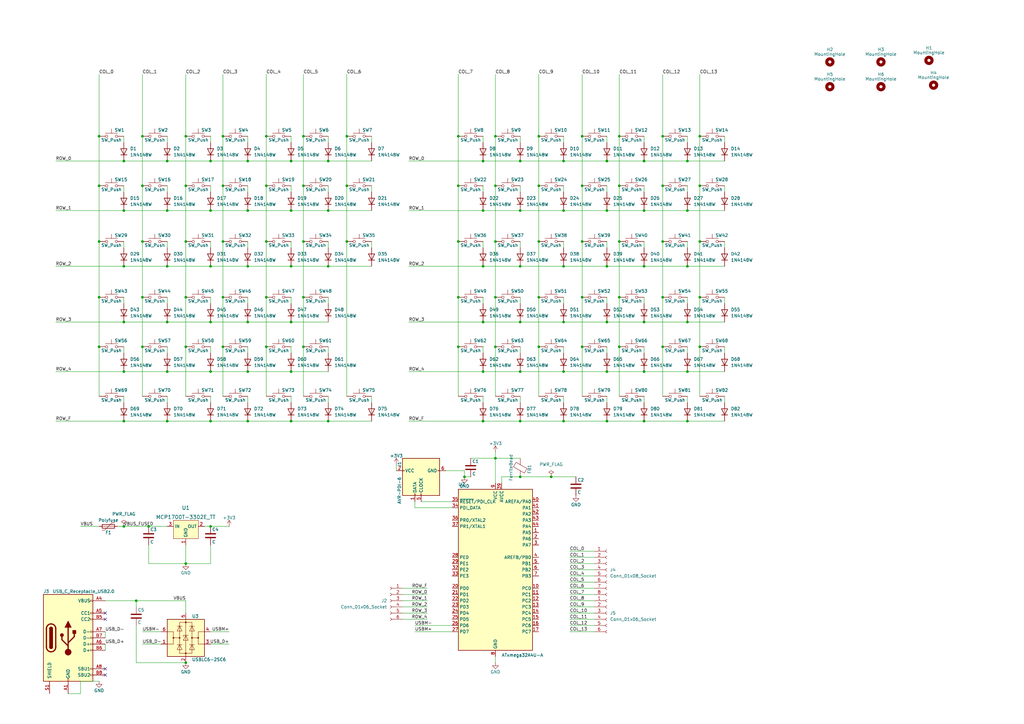
<source format=kicad_sch>
(kicad_sch (version 20230121) (generator eeschema)
  (paper "A3")
  (title_block (title "66 Keys Ortholinear Keyboard") (rev "1.0") (company "125 Systems") (comment 1 "Designer: Neeraj Adsul") (comment 2 "The Mac keyboard is designed as split 30 keys x 2 parts."))
  (junction (at 231.14 172.72))
  (junction (at 40.64 99.06))
  (junction (at 60.96 215.9))
  (junction (at 248.92 152.4))
  (junction (at 220.98 99.06))
  (junction (at 190.5 195.58))
  (junction (at 254 142.24))
  (junction (at 203.2 121.92))
  (junction (at 86.36 172.72))
  (junction (at 220.98 76.2))
  (junction (at 76.2 142.24))
  (junction (at 264.16 66.04))
  (junction (at 76.2 76.2))
  (junction (at 40.64 76.2))
  (junction (at 187.96 76.2))
  (junction (at 248.92 132.08))
  (junction (at 109.22 121.92))
  (junction (at 50.8 215.9))
  (junction (at 40.64 142.24))
  (junction (at 271.78 142.24))
  (junction (at 187.96 55.88))
  (junction (at 119.38 109.22))
  (junction (at 238.76 55.88))
  (junction (at 248.92 66.04))
  (junction (at 50.8 86.36))
  (junction (at 142.24 99.06))
  (junction (at 187.96 121.92))
  (junction (at 281.94 172.72))
  (junction (at 198.12 172.72))
  (junction (at 264.16 132.08))
  (junction (at 86.36 215.9))
  (junction (at 50.8 152.4))
  (junction (at 248.92 109.22))
  (junction (at 187.96 99.06))
  (junction (at 119.38 132.08))
  (junction (at 134.62 109.22))
  (junction (at 86.36 109.22))
  (junction (at 203.2 76.2))
  (junction (at 213.36 66.04))
  (junction (at 101.6 109.22))
  (junction (at 101.6 66.04))
  (junction (at 248.92 86.36))
  (junction (at 264.16 172.72))
  (junction (at 187.96 142.24))
  (junction (at 50.8 66.04))
  (junction (at 76.2 121.92))
  (junction (at 68.58 132.08))
  (junction (at 198.12 152.4))
  (junction (at 264.16 152.4))
  (junction (at 119.38 66.04))
  (junction (at 50.8 172.72))
  (junction (at 198.12 66.04))
  (junction (at 55.88 246.38))
  (junction (at 281.94 86.36))
  (junction (at 58.42 121.92))
  (junction (at 238.76 142.24))
  (junction (at 76.2 99.06))
  (junction (at 281.94 132.08))
  (junction (at 58.42 76.2))
  (junction (at 213.36 86.36))
  (junction (at 220.98 142.24))
  (junction (at 109.22 76.2))
  (junction (at 101.6 172.72))
  (junction (at 287.02 99.06))
  (junction (at 101.6 86.36))
  (junction (at 271.78 121.92))
  (junction (at 76.2 55.88))
  (junction (at 254 121.92))
  (junction (at 40.64 121.92))
  (junction (at 40.64 55.88))
  (junction (at 101.6 152.4))
  (junction (at 220.98 55.88))
  (junction (at 68.58 152.4))
  (junction (at 68.58 86.36))
  (junction (at 281.94 152.4))
  (junction (at 231.14 152.4))
  (junction (at 91.44 99.06))
  (junction (at 238.76 121.92))
  (junction (at 119.38 152.4))
  (junction (at 287.02 121.92))
  (junction (at 264.16 86.36))
  (junction (at 248.92 172.72))
  (junction (at 271.78 76.2))
  (junction (at 68.58 66.04))
  (junction (at 281.94 109.22))
  (junction (at 226.06 195.58))
  (junction (at 213.36 152.4))
  (junction (at 231.14 86.36))
  (junction (at 124.46 55.88))
  (junction (at 287.02 76.2))
  (junction (at 238.76 76.2))
  (junction (at 76.2 271.78))
  (junction (at 68.58 172.72))
  (junction (at 86.36 132.08))
  (junction (at 254 76.2))
  (junction (at 86.36 152.4))
  (junction (at 101.6 132.08))
  (junction (at 287.02 142.24))
  (junction (at 213.36 195.58))
  (junction (at 271.78 99.06))
  (junction (at 124.46 76.2))
  (junction (at 198.12 86.36))
  (junction (at 109.22 99.06))
  (junction (at 76.2 231.14))
  (junction (at 91.44 76.2))
  (junction (at 287.02 55.88))
  (junction (at 58.42 55.88))
  (junction (at 198.12 132.08))
  (junction (at 119.38 172.72))
  (junction (at 119.38 86.36))
  (junction (at 203.2 99.06))
  (junction (at 203.2 142.24))
  (junction (at 134.62 66.04))
  (junction (at 231.14 109.22))
  (junction (at 213.36 109.22))
  (junction (at 142.24 55.88))
  (junction (at 68.58 109.22))
  (junction (at 109.22 55.88))
  (junction (at 254 55.88))
  (junction (at 86.36 86.36))
  (junction (at 124.46 142.24))
  (junction (at 231.14 66.04))
  (junction (at 91.44 142.24))
  (junction (at 124.46 121.92))
  (junction (at 213.36 172.72))
  (junction (at 124.46 99.06))
  (junction (at 86.36 66.04))
  (junction (at 213.36 132.08))
  (junction (at 281.94 66.04))
  (junction (at 198.12 109.22))
  (junction (at 254 99.06))
  (junction (at 58.42 142.24))
  (junction (at 220.98 121.92))
  (junction (at 109.22 142.24))
  (junction (at 50.8 132.08))
  (junction (at 271.78 55.88))
  (junction (at 91.44 121.92))
  (junction (at 58.42 99.06))
  (junction (at 134.62 86.36))
  (junction (at 231.14 132.08))
  (junction (at 50.8 109.22))
  (junction (at 203.2 55.88))
  (junction (at 134.62 172.72))
  (junction (at 142.24 76.2))
  (junction (at 203.2 187.96))
  (junction (at 264.16 109.22))
  (junction (at 91.44 55.88))
  (junction (at 238.76 99.06))
  (no_connect (at 43.18 251.46))
  (no_connect (at 43.18 274.32))
  (no_connect (at 43.18 254))
  (no_connect (at 43.18 276.86))
  (wire (pts (xy 193.04 187.96) (xy 203.2 187.96)))
  (wire (pts (xy 101.6 142.24) (xy 101.6 144.78)))
  (wire (pts (xy 187.96 142.24) (xy 187.96 162.56)))
  (wire (pts (xy 297.18 55.88) (xy 297.18 58.42)))
  (wire (pts (xy 40.64 279.4) (xy 33.02 279.4)))
  (wire (pts (xy 233.68 236.22) (xy 243.84 236.22)))
  (wire (pts (xy 167.64 132.08) (xy 198.12 132.08)))
  (wire (pts (xy 40.64 55.88) (xy 40.64 76.2)))
  (wire (pts (xy 220.98 76.2) (xy 220.98 99.06)))
  (wire (pts (xy 231.14 86.36) (xy 248.92 86.36)))
  (wire (pts (xy 165.1 243.84) (xy 175.26 243.84)))
  (wire (pts (xy 91.44 30.48) (xy 91.44 55.88)))
  (wire (pts (xy 68.58 152.4) (xy 86.36 152.4)))
  (wire (pts (xy 233.68 256.54) (xy 243.84 256.54)))
  (wire (pts (xy 86.36 162.56) (xy 86.36 165.1)))
  (wire (pts (xy 213.36 121.92) (xy 213.36 124.46)))
  (wire (pts (xy 43.18 264.16) (xy 43.18 266.7)))
  (wire (pts (xy 182.88 193.04) (xy 190.5 193.04)))
  (wire (pts (xy 203.2 269.24) (xy 203.2 271.78)))
  (wire (pts (xy 68.58 99.06) (xy 68.58 101.6)))
  (wire (pts (xy 86.36 86.36) (xy 101.6 86.36)))
  (wire (pts (xy 91.44 121.92) (xy 91.44 142.24)))
  (wire (pts (xy 271.78 76.2) (xy 271.78 99.06)))
  (wire (pts (xy 86.36 76.2) (xy 86.36 78.74)))
  (wire (pts (xy 264.16 55.88) (xy 264.16 58.42)))
  (wire (pts (xy 170.18 259.08) (xy 185.42 259.08)))
  (wire (pts (xy 248.92 142.24) (xy 248.92 144.78)))
  (wire (pts (xy 231.14 66.04) (xy 248.92 66.04)))
  (wire (pts (xy 264.16 99.06) (xy 264.16 101.6)))
  (wire (pts (xy 68.58 121.92) (xy 68.58 124.46)))
  (wire (pts (xy 248.92 109.22) (xy 264.16 109.22)))
  (wire (pts (xy 68.58 132.08) (xy 86.36 132.08)))
  (wire (pts (xy 43.18 259.08) (xy 43.18 261.62)))
  (wire (pts (xy 50.8 132.08) (xy 68.58 132.08)))
  (wire (pts (xy 203.2 99.06) (xy 203.2 121.92)))
  (wire (pts (xy 233.68 246.38) (xy 243.84 246.38)))
  (wire (pts (xy 134.62 142.24) (xy 134.62 144.78)))
  (wire (pts (xy 76.2 99.06) (xy 76.2 121.92)))
  (wire (pts (xy 231.14 162.56) (xy 231.14 165.1)))
  (wire (pts (xy 142.24 76.2) (xy 142.24 99.06)))
  (wire (pts (xy 152.4 55.88) (xy 152.4 58.42)))
  (wire (pts (xy 167.64 172.72) (xy 198.12 172.72)))
  (wire (pts (xy 287.02 76.2) (xy 287.02 99.06)))
  (wire (pts (xy 33.02 215.9) (xy 40.64 215.9)))
  (wire (pts (xy 58.42 55.88) (xy 58.42 76.2)))
  (wire (pts (xy 233.68 251.46) (xy 243.84 251.46)))
  (wire (pts (xy 68.58 109.22) (xy 86.36 109.22)))
  (wire (pts (xy 86.36 223.52) (xy 86.36 231.14)))
  (wire (pts (xy 119.38 109.22) (xy 134.62 109.22)))
  (wire (pts (xy 213.36 99.06) (xy 213.36 101.6)))
  (wire (pts (xy 213.36 76.2) (xy 213.36 78.74)))
  (wire (pts (xy 198.12 142.24) (xy 198.12 144.78)))
  (wire (pts (xy 271.78 55.88) (xy 271.78 76.2)))
  (wire (pts (xy 170.18 256.54) (xy 185.42 256.54)))
  (wire (pts (xy 40.64 142.24) (xy 40.64 162.56)))
  (wire (pts (xy 50.8 109.22) (xy 68.58 109.22)))
  (wire (pts (xy 198.12 86.36) (xy 213.36 86.36)))
  (wire (pts (xy 248.92 66.04) (xy 264.16 66.04)))
  (wire (pts (xy 248.92 172.72) (xy 264.16 172.72)))
  (wire (pts (xy 233.68 254) (xy 243.84 254)))
  (wire (pts (xy 213.36 86.36) (xy 231.14 86.36)))
  (wire (pts (xy 297.18 162.56) (xy 297.18 165.1)))
  (wire (pts (xy 220.98 142.24) (xy 220.98 162.56)))
  (wire (pts (xy 124.46 30.48) (xy 124.46 55.88)))
  (wire (pts (xy 76.2 121.92) (xy 76.2 142.24)))
  (wire (pts (xy 101.6 66.04) (xy 119.38 66.04)))
  (wire (pts (xy 287.02 55.88) (xy 287.02 76.2)))
  (wire (pts (xy 233.68 248.92) (xy 243.84 248.92)))
  (wire (pts (xy 134.62 121.92) (xy 134.62 124.46)))
  (wire (pts (xy 76.2 231.14) (xy 76.2 223.52)))
  (wire (pts (xy 68.58 86.36) (xy 86.36 86.36)))
  (wire (pts (xy 60.96 223.52) (xy 60.96 231.14)))
  (wire (pts (xy 248.92 152.4) (xy 264.16 152.4)))
  (wire (pts (xy 101.6 172.72) (xy 119.38 172.72)))
  (wire (pts (xy 198.12 99.06) (xy 198.12 101.6)))
  (wire (pts (xy 22.86 152.4) (xy 50.8 152.4)))
  (wire (pts (xy 167.64 152.4) (xy 198.12 152.4)))
  (wire (pts (xy 198.12 76.2) (xy 198.12 78.74)))
  (wire (pts (xy 68.58 162.56) (xy 68.58 165.1)))
  (wire (pts (xy 134.62 172.72) (xy 152.4 172.72)))
  (wire (pts (xy 205.74 195.58) (xy 213.36 195.58)))
  (wire (pts (xy 271.78 30.48) (xy 271.78 55.88)))
  (wire (pts (xy 213.36 195.58) (xy 226.06 195.58)))
  (wire (pts (xy 231.14 152.4) (xy 248.92 152.4)))
  (wire (pts (xy 76.2 30.48) (xy 76.2 55.88)))
  (wire (pts (xy 254 55.88) (xy 254 76.2)))
  (wire (pts (xy 119.38 142.24) (xy 119.38 144.78)))
  (wire (pts (xy 198.12 162.56) (xy 198.12 165.1)))
  (wire (pts (xy 76.2 142.24) (xy 76.2 162.56)))
  (wire (pts (xy 109.22 142.24) (xy 109.22 162.56)))
  (wire (pts (xy 124.46 99.06) (xy 124.46 121.92)))
  (wire (pts (xy 22.86 109.22) (xy 50.8 109.22)))
  (wire (pts (xy 50.8 152.4) (xy 68.58 152.4)))
  (wire (pts (xy 50.8 162.56) (xy 50.8 165.1)))
  (wire (pts (xy 287.02 30.48) (xy 287.02 55.88)))
  (wire (pts (xy 220.98 99.06) (xy 220.98 121.92)))
  (wire (pts (xy 231.14 121.92) (xy 231.14 124.46)))
  (wire (pts (xy 203.2 55.88) (xy 203.2 76.2)))
  (wire (pts (xy 142.24 30.48) (xy 142.24 55.88)))
  (wire (pts (xy 203.2 187.96) (xy 203.2 198.12)))
  (wire (pts (xy 119.38 152.4) (xy 134.62 152.4)))
  (wire (pts (xy 91.44 99.06) (xy 91.44 121.92)))
  (wire (pts (xy 281.94 142.24) (xy 281.94 144.78)))
  (wire (pts (xy 86.36 109.22) (xy 101.6 109.22)))
  (wire (pts (xy 231.14 172.72) (xy 248.92 172.72)))
  (wire (pts (xy 281.94 76.2) (xy 281.94 78.74)))
  (wire (pts (xy 165.1 254) (xy 175.26 254)))
  (wire (pts (xy 281.94 66.04) (xy 297.18 66.04)))
  (wire (pts (xy 124.46 121.92) (xy 124.46 142.24)))
  (wire (pts (xy 68.58 76.2) (xy 68.58 78.74)))
  (wire (pts (xy 264.16 132.08) (xy 281.94 132.08)))
  (wire (pts (xy 226.06 195.58) (xy 236.22 195.58)))
  (wire (pts (xy 55.88 256.54) (xy 55.88 271.78)))
  (wire (pts (xy 86.36 142.24) (xy 86.36 144.78)))
  (wire (pts (xy 264.16 66.04) (xy 281.94 66.04)))
  (wire (pts (xy 248.92 76.2) (xy 248.92 78.74)))
  (wire (pts (xy 58.42 259.08) (xy 66.04 259.08)))
  (wire (pts (xy 165.1 246.38) (xy 175.26 246.38)))
  (wire (pts (xy 231.14 76.2) (xy 231.14 78.74)))
  (wire (pts (xy 297.18 76.2) (xy 297.18 78.74)))
  (wire (pts (xy 187.96 30.48) (xy 187.96 55.88)))
  (wire (pts (xy 213.36 152.4) (xy 231.14 152.4)))
  (wire (pts (xy 165.1 241.3) (xy 175.26 241.3)))
  (wire (pts (xy 50.8 121.92) (xy 50.8 124.46)))
  (wire (pts (xy 248.92 55.88) (xy 248.92 58.42)))
  (wire (pts (xy 152.4 76.2) (xy 152.4 78.74)))
  (wire (pts (xy 248.92 121.92) (xy 248.92 124.46)))
  (wire (pts (xy 134.62 55.88) (xy 134.62 58.42)))
  (wire (pts (xy 50.8 55.88) (xy 50.8 58.42)))
  (wire (pts (xy 134.62 66.04) (xy 152.4 66.04)))
  (wire (pts (xy 50.8 142.24) (xy 50.8 144.78)))
  (wire (pts (xy 33.02 284.48) (xy 27.94 284.48)))
  (wire (pts (xy 287.02 99.06) (xy 287.02 121.92)))
  (wire (pts (xy 254 30.48) (xy 254 55.88)))
  (wire (pts (xy 134.62 162.56) (xy 134.62 165.1)))
  (wire (pts (xy 264.16 86.36) (xy 281.94 86.36)))
  (wire (pts (xy 238.76 142.24) (xy 238.76 162.56)))
  (wire (pts (xy 264.16 152.4) (xy 281.94 152.4)))
  (wire (pts (xy 297.18 121.92) (xy 297.18 124.46)))
  (wire (pts (xy 86.36 215.9) (xy 93.98 215.9)))
  (wire (pts (xy 165.1 251.46) (xy 175.26 251.46)))
  (wire (pts (xy 238.76 55.88) (xy 238.76 76.2)))
  (wire (pts (xy 167.64 66.04) (xy 198.12 66.04)))
  (wire (pts (xy 213.36 132.08) (xy 231.14 132.08)))
  (wire (pts (xy 134.62 109.22) (xy 152.4 109.22)))
  (wire (pts (xy 124.46 76.2) (xy 124.46 99.06)))
  (wire (pts (xy 50.8 99.06) (xy 50.8 101.6)))
  (wire (pts (xy 40.64 30.48) (xy 40.64 55.88)))
  (wire (pts (xy 187.96 99.06) (xy 187.96 121.92)))
  (wire (pts (xy 231.14 109.22) (xy 248.92 109.22)))
  (wire (pts (xy 86.36 121.92) (xy 86.36 124.46)))
  (wire (pts (xy 271.78 121.92) (xy 271.78 142.24)))
  (wire (pts (xy 233.68 233.68) (xy 243.84 233.68)))
  (wire (pts (xy 238.76 99.06) (xy 238.76 121.92)))
  (wire (pts (xy 109.22 30.48) (xy 109.22 55.88)))
  (wire (pts (xy 264.16 109.22) (xy 281.94 109.22)))
  (wire (pts (xy 264.16 142.24) (xy 264.16 144.78)))
  (wire (pts (xy 68.58 172.72) (xy 86.36 172.72)))
  (wire (pts (xy 76.2 76.2) (xy 76.2 99.06)))
  (wire (pts (xy 165.1 248.92) (xy 175.26 248.92)))
  (wire (pts (xy 187.96 121.92) (xy 187.96 142.24)))
  (wire (pts (xy 198.12 55.88) (xy 198.12 58.42)))
  (wire (pts (xy 281.94 86.36) (xy 297.18 86.36)))
  (wire (pts (xy 152.4 99.06) (xy 152.4 101.6)))
  (wire (pts (xy 203.2 187.96) (xy 213.36 187.96)))
  (wire (pts (xy 233.68 228.6) (xy 243.84 228.6)))
  (wire (pts (xy 101.6 76.2) (xy 101.6 78.74)))
  (wire (pts (xy 187.96 76.2) (xy 187.96 99.06)))
  (wire (pts (xy 50.8 172.72) (xy 68.58 172.72)))
  (wire (pts (xy 264.16 172.72) (xy 281.94 172.72)))
  (wire (pts (xy 190.5 193.04) (xy 190.5 195.58)))
  (wire (pts (xy 281.94 121.92) (xy 281.94 124.46)))
  (wire (pts (xy 142.24 99.06) (xy 142.24 162.56)))
  (wire (pts (xy 233.68 241.3) (xy 243.84 241.3)))
  (wire (pts (xy 60.96 231.14) (xy 76.2 231.14)))
  (wire (pts (xy 203.2 121.92) (xy 203.2 142.24)))
  (wire (pts (xy 220.98 121.92) (xy 220.98 142.24)))
  (wire (pts (xy 40.64 99.06) (xy 40.64 121.92)))
  (wire (pts (xy 198.12 132.08) (xy 213.36 132.08)))
  (wire (pts (xy 205.74 195.58) (xy 205.74 198.12)))
  (wire (pts (xy 248.92 86.36) (xy 264.16 86.36)))
  (wire (pts (xy 124.46 55.88) (xy 124.46 76.2)))
  (wire (pts (xy 22.86 66.04) (xy 50.8 66.04)))
  (wire (pts (xy 162.56 190.5) (xy 162.56 193.04)))
  (wire (pts (xy 55.88 246.38) (xy 76.2 246.38)))
  (wire (pts (xy 22.86 172.72) (xy 50.8 172.72)))
  (wire (pts (xy 43.18 246.38) (xy 55.88 246.38)))
  (wire (pts (xy 238.76 30.48) (xy 238.76 55.88)))
  (wire (pts (xy 220.98 55.88) (xy 220.98 76.2)))
  (wire (pts (xy 86.36 132.08) (xy 101.6 132.08)))
  (wire (pts (xy 50.8 215.9) (xy 60.96 215.9)))
  (wire (pts (xy 254 121.92) (xy 254 142.24)))
  (wire (pts (xy 238.76 76.2) (xy 238.76 99.06)))
  (wire (pts (xy 86.36 66.04) (xy 101.6 66.04)))
  (wire (pts (xy 281.94 55.88) (xy 281.94 58.42)))
  (wire (pts (xy 119.38 76.2) (xy 119.38 78.74)))
  (wire (pts (xy 233.68 243.84) (xy 243.84 243.84)))
  (wire (pts (xy 297.18 99.06) (xy 297.18 101.6)))
  (wire (pts (xy 50.8 86.36) (xy 68.58 86.36)))
  (wire (pts (xy 55.88 246.38) (xy 55.88 248.92)))
  (wire (pts (xy 233.68 259.08) (xy 243.84 259.08)))
  (wire (pts (xy 231.14 99.06) (xy 231.14 101.6)))
  (wire (pts (xy 281.94 99.06) (xy 281.94 101.6)))
  (wire (pts (xy 101.6 99.06) (xy 101.6 101.6)))
  (wire (pts (xy 281.94 162.56) (xy 281.94 165.1)))
  (wire (pts (xy 134.62 76.2) (xy 134.62 78.74)))
  (wire (pts (xy 233.68 231.14) (xy 243.84 231.14)))
  (wire (pts (xy 101.6 55.88) (xy 101.6 58.42)))
  (wire (pts (xy 287.02 121.92) (xy 287.02 142.24)))
  (wire (pts (xy 68.58 66.04) (xy 86.36 66.04)))
  (wire (pts (xy 119.38 162.56) (xy 119.38 165.1)))
  (wire (pts (xy 101.6 86.36) (xy 119.38 86.36)))
  (wire (pts (xy 233.68 238.76) (xy 243.84 238.76)))
  (wire (pts (xy 40.64 121.92) (xy 40.64 142.24)))
  (wire (pts (xy 134.62 86.36) (xy 152.4 86.36)))
  (wire (pts (xy 86.36 264.16) (xy 93.98 264.16)))
  (wire (pts (xy 119.38 86.36) (xy 134.62 86.36)))
  (wire (pts (xy 124.46 142.24) (xy 124.46 162.56)))
  (wire (pts (xy 281.94 172.72) (xy 297.18 172.72)))
  (wire (pts (xy 109.22 121.92) (xy 109.22 142.24)))
  (wire (pts (xy 58.42 121.92) (xy 58.42 142.24)))
  (wire (pts (xy 254 76.2) (xy 254 99.06)))
  (wire (pts (xy 91.44 142.24) (xy 91.44 162.56)))
  (wire (pts (xy 271.78 99.06) (xy 271.78 121.92)))
  (wire (pts (xy 281.94 152.4) (xy 297.18 152.4)))
  (wire (pts (xy 203.2 142.24) (xy 203.2 162.56)))
  (wire (pts (xy 119.38 55.88) (xy 119.38 58.42)))
  (wire (pts (xy 58.42 30.48) (xy 58.42 55.88)))
  (wire (pts (xy 142.24 55.88) (xy 142.24 76.2)))
  (wire (pts (xy 190.5 195.58) (xy 193.04 195.58)))
  (wire (pts (xy 233.68 226.06) (xy 243.84 226.06)))
  (wire (pts (xy 58.42 142.24) (xy 58.42 162.56)))
  (wire (pts (xy 58.42 99.06) (xy 58.42 121.92)))
  (wire (pts (xy 231.14 142.24) (xy 231.14 144.78)))
  (wire (pts (xy 213.36 172.72) (xy 231.14 172.72)))
  (wire (pts (xy 254 142.24) (xy 254 162.56)))
  (wire (pts (xy 58.42 264.16) (xy 66.04 264.16)))
  (wire (pts (xy 264.16 162.56) (xy 264.16 165.1)))
  (wire (pts (xy 231.14 55.88) (xy 231.14 58.42)))
  (wire (pts (xy 271.78 142.24) (xy 271.78 162.56)))
  (wire (pts (xy 86.36 231.14) (xy 76.2 231.14)))
  (wire (pts (xy 33.02 279.4) (xy 33.02 284.48)))
  (wire (pts (xy 68.58 55.88) (xy 68.58 58.42)))
  (wire (pts (xy 264.16 121.92) (xy 264.16 124.46)))
  (wire (pts (xy 58.42 76.2) (xy 58.42 99.06)))
  (wire (pts (xy 238.76 121.92) (xy 238.76 142.24)))
  (wire (pts (xy 281.94 109.22) (xy 297.18 109.22)))
  (wire (pts (xy 152.4 162.56) (xy 152.4 165.1)))
  (wire (pts (xy 109.22 76.2) (xy 109.22 99.06)))
  (wire (pts (xy 86.36 55.88) (xy 86.36 58.42)))
  (wire (pts (xy 213.36 142.24) (xy 213.36 144.78)))
  (wire (pts (xy 187.96 55.88) (xy 187.96 76.2)))
  (wire (pts (xy 198.12 121.92) (xy 198.12 124.46)))
  (wire (pts (xy 119.38 99.06) (xy 119.38 101.6)))
  (wire (pts (xy 68.58 142.24) (xy 68.58 144.78)))
  (wire (pts (xy 101.6 121.92) (xy 101.6 124.46)))
  (wire (pts (xy 172.72 205.74) (xy 185.42 205.74)))
  (wire (pts (xy 101.6 152.4) (xy 119.38 152.4)))
  (wire (pts (xy 203.2 30.48) (xy 203.2 55.88)))
  (wire (pts (xy 22.86 132.08) (xy 50.8 132.08)))
  (wire (pts (xy 198.12 152.4) (xy 213.36 152.4)))
  (wire (pts (xy 213.36 162.56) (xy 213.36 165.1)))
  (wire (pts (xy 60.96 215.9) (xy 68.58 215.9)))
  (wire (pts (xy 297.18 142.24) (xy 297.18 144.78)))
  (wire (pts (xy 220.98 30.48) (xy 220.98 55.88)))
  (wire (pts (xy 198.12 172.72) (xy 213.36 172.72)))
  (wire (pts (xy 213.36 55.88) (xy 213.36 58.42)))
  (wire (pts (xy 264.16 76.2) (xy 264.16 78.74)))
  (wire (pts (xy 119.38 132.08) (xy 134.62 132.08)))
  (wire (pts (xy 83.82 215.9) (xy 86.36 215.9)))
  (wire (pts (xy 50.8 66.04) (xy 68.58 66.04)))
  (wire (pts (xy 48.26 215.9) (xy 50.8 215.9)))
  (wire (pts (xy 170.18 205.74) (xy 170.18 208.28)))
  (wire (pts (xy 248.92 162.56) (xy 248.92 165.1)))
  (wire (pts (xy 101.6 162.56) (xy 101.6 165.1)))
  (wire (pts (xy 119.38 121.92) (xy 119.38 124.46)))
  (wire (pts (xy 86.36 259.08) (xy 93.98 259.08)))
  (wire (pts (xy 86.36 152.4) (xy 101.6 152.4)))
  (wire (pts (xy 119.38 172.72) (xy 134.62 172.72)))
  (wire (pts (xy 86.36 172.72) (xy 101.6 172.72)))
  (wire (pts (xy 134.62 99.06) (xy 134.62 101.6)))
  (wire (pts (xy 248.92 132.08) (xy 264.16 132.08)))
  (wire (pts (xy 40.64 76.2) (xy 40.64 99.06)))
  (wire (pts (xy 109.22 55.88) (xy 109.22 76.2)))
  (wire (pts (xy 167.64 86.36) (xy 198.12 86.36)))
  (wire (pts (xy 119.38 66.04) (xy 134.62 66.04)))
  (wire (pts (xy 198.12 66.04) (xy 213.36 66.04)))
  (wire (pts (xy 213.36 66.04) (xy 231.14 66.04)))
  (wire (pts (xy 167.64 109.22) (xy 198.12 109.22)))
  (wire (pts (xy 248.92 99.06) (xy 248.92 101.6)))
  (wire (pts (xy 76.2 251.46) (xy 76.2 246.38)))
  (wire (pts (xy 198.12 109.22) (xy 213.36 109.22)))
  (wire (pts (xy 55.88 271.78) (xy 76.2 271.78)))
  (wire (pts (xy 101.6 132.08) (xy 119.38 132.08)))
  (wire (pts (xy 109.22 99.06) (xy 109.22 121.92)))
  (wire (pts (xy 86.36 99.06) (xy 86.36 101.6)))
  (wire (pts (xy 101.6 109.22) (xy 119.38 109.22)))
  (wire (pts (xy 203.2 185.42) (xy 203.2 187.96)))
  (wire (pts (xy 50.8 76.2) (xy 50.8 78.74)))
  (wire (pts (xy 203.2 76.2) (xy 203.2 99.06)))
  (wire (pts (xy 287.02 142.24) (xy 287.02 162.56)))
  (wire (pts (xy 281.94 132.08) (xy 297.18 132.08)))
  (wire (pts (xy 254 99.06) (xy 254 121.92)))
  (wire (pts (xy 91.44 55.88) (xy 91.44 76.2)))
  (wire (pts (xy 22.86 86.36) (xy 50.8 86.36)))
  (wire (pts (xy 170.18 208.28) (xy 185.42 208.28)))
  (wire (pts (xy 231.14 132.08) (xy 248.92 132.08)))
  (wire (pts (xy 91.44 76.2) (xy 91.44 99.06)))
  (wire (pts (xy 76.2 55.88) (xy 76.2 76.2)))
  (wire (pts (xy 213.36 109.22) (xy 231.14 109.22)))
  (label "COL_5" (at 233.68 238.76 0))
  (label "USB_D-" (at 58.42 264.16 0))
  (label "COL_3" (at 233.68 233.68 0))
  (label "ROW_3" (at 22.86 132.08 0))
  (label "COL_1" (at 233.68 228.6 0))
  (label "COL_4" (at 233.68 236.22 0))
  (label "COL_7" (at 187.96 30.48 0))
  (label "USB_D-" (at 43.18 259.08 0))
  (label "COL_6" (at 233.68 241.3 0))
  (label "VBUS" (at 71.12 246.38 0))
  (label "ROW_F" (at 175.26 241.3 180))
  (label "USB_D+" (at 43.18 264.16 0))
  (label "COL_2" (at 76.2 30.48 0))
  (label "ROW_2" (at 175.26 248.92 180))
  (label "COL_6" (at 142.24 30.48 0))
  (label "COL_13" (at 233.68 259.08 0))
  (label "COL_8" (at 203.2 30.48 0))
  (label "VBUS_FUSED" (at 50.8 215.9 0))
  (label "ROW_4" (at 175.26 254 180))
  (label "USBM-" (at 58.42 259.08 0))
  (label "ROW_0" (at 167.64 66.04 0))
  (label "COL_9" (at 220.98 30.48 0))
  (label "COL_4" (at 109.22 30.48 0))
  (label "ROW_1" (at 175.26 246.38 180))
  (label "ROW_4" (at 22.86 152.4 0))
  (label "COL_1" (at 58.42 30.48 0))
  (label "COL_11" (at 254 30.48 0))
  (label "COL_7" (at 233.68 243.84 0))
  (label "COL_12" (at 233.68 256.54 0))
  (label "ROW_2" (at 22.86 109.22 0))
  (label "COL_12" (at 271.78 30.48 0))
  (label "COL_5" (at 124.46 30.48 0))
  (label "ROW_3" (at 167.64 132.08 0))
  (label "COL_10" (at 238.76 30.48 0))
  (label "COL_0" (at 40.64 30.48 0))
  (label "ROW_1" (at 22.86 86.36 0))
  (label "ROW_0" (at 175.26 243.84 180))
  (label "USBM+" (at 170.18 259.08 0))
  (label "ROW_2" (at 167.64 109.22 0))
  (label "VBUS" (at 33.02 215.9 0))
  (label "ROW_0" (at 22.86 66.04 0))
  (label "ROW_4" (at 167.64 152.4 0))
  (label "COL_0" (at 233.68 226.06 0))
  (label "COL_8" (at 233.68 246.38 0))
  (label "USB_D+" (at 93.98 264.16 180))
  (label "USBM+" (at 93.98 259.08 180))
  (label "COL_3" (at 91.44 30.48 0))
  (label "COL_11" (at 233.68 254 0))
  (label "ROW_3" (at 175.26 251.46 180))
  (label "COL_10" (at 233.68 251.46 0))
  (label "ROW_1" (at 167.64 86.36 0))
  (label "COL_2" (at 233.68 231.14 0))
  (label "USBM-" (at 170.18 256.54 0))
  (label "ROW_F" (at 167.64 172.72 0))
  (label "ROW_F" (at 22.86 172.72 0))
  (label "COL_9" (at 233.68 248.92 0))
  (label "COL_13" (at 287.02 30.48 0))
  (symbol (lib_id "Device:C") (at 236.22 199.39 0) (unit 1)
    (property "Reference" "C2" (at 236.855 196.85 0) (effects (justify left)))
    (property "Value" "C" (at 236.855 201.93 0) (effects (justify left)))
    (property "Footprint" "Capacitor_SMD:C_0603_1608Metric_Pad1.08x0.95mm_HandSolder" (effects hide))
  )
  (symbol (lib_id "Switch:SW_Push") (at 208.28 99.06 0) (unit 1)
    (property "Reference" "SW37" (at 209.55 96.52 0) (effects (justify left)))
    (property "Value" "SW_Push" (at 208.28 100.584 0))
    (property "Footprint" "Switch_Keyboard_Kailh:SW_Kailh_Choc_V1V2_1.00u" (effects hide))
  )
  (symbol (lib_id "Device:C") (at 193.04 191.77 0) (unit 1)
    (property "Reference" "C1" (at 193.675 189.23 0) (effects (justify left)))
    (property "Value" "C" (at 193.675 194.31 0) (effects (justify left)))
    (property "Footprint" "Capacitor_SMD:C_0603_1608Metric_Pad1.08x0.95mm_HandSolder" (effects hide))
  )
  (symbol (lib_id "Diode:1N4148W") (at 86.36 148.59 90) (unit 1)
    (property "Reference" "D58" (at 88.9 147.32 90) (effects (justify right)))
    (property "Value" "1N4148W" (at 88.9 149.86 90) (effects (justify right)))
    (property "Footprint" "Diode_SMD:D_SOD-123" (effects hide))
    (property "Datasheet" "https://www.vishay.com/docs/85748/1n4148w.pdf" (effects hide))
    (property "Sim.Device" "D" (effects hide))
    (property "Sim.Pins" "1=K 2=A" (effects hide))
  )
  (symbol (lib_id "Diode:1N4148W") (at 248.92 168.91 90) (unit 1)
    (property "Reference" "D79" (at 251.46 167.64 90) (effects (justify right)))
    (property "Value" "1N4148W" (at 251.46 170.18 90) (effects (justify right)))
    (property "Footprint" "Diode_SMD:D_SOD-123" (effects hide))
    (property "Datasheet" "https://www.vishay.com/docs/85748/1n4148w.pdf" (effects hide))
    (property "Sim.Device" "D" (effects hide))
    (property "Sim.Pins" "1=K 2=A" (effects hide))
  )
  (symbol (lib_id "Device:C") (at 60.96 219.71 0) (unit 1)
    (property "Reference" "C3" (at 61.595 217.17 0) (effects (justify left)))
    (property "Value" "C" (at 61.595 222.25 0) (effects (justify left)))
    (property "Footprint" "Capacitor_SMD:C_0603_1608Metric_Pad1.08x0.95mm_HandSolder" (effects hide))
  )
  (symbol (lib_id "power:GND") (at 40.64 279.4 0) (unit 1)
    (property "Reference" "#PWR09" (effects hide))
    (property "Value" "GND" (at 40.64 283.21 0))
  )
  (symbol (lib_id "Diode:1N4148W") (at 198.12 105.41 90) (unit 1)
    (property "Reference" "D36" (at 200.66 104.14 90) (effects (justify right)))
    (property "Value" "1N4148W" (at 200.66 106.68 90) (effects (justify right)))
    (property "Footprint" "Diode_SMD:D_SOD-123" (effects hide))
    (property "Datasheet" "https://www.vishay.com/docs/85748/1n4148w.pdf" (effects hide))
    (property "Sim.Device" "D" (effects hide))
    (property "Sim.Pins" "1=K 2=A" (effects hide))
  )
  (symbol (lib_id "Switch:SW_Push") (at 243.84 76.2 0) (unit 1)
    (property "Reference" "SW25" (at 245.11 73.66 0) (effects (justify left)))
    (property "Value" "SW_Push" (at 243.84 77.724 0))
    (property "Footprint" "Switch_Keyboard_Kailh:SW_Kailh_Choc_V1V2_1.00u" (effects hide))
  )
  (symbol (lib_id "Diode:1N4148W") (at 213.36 62.23 90) (unit 1)
    (property "Reference" "D9" (at 215.9 60.96 90) (effects (justify right)))
    (property "Value" "1N4148W" (at 215.9 63.5 90) (effects (justify right)))
    (property "Footprint" "Diode_SMD:D_SOD-123" (effects hide))
    (property "Datasheet" "https://www.vishay.com/docs/85748/1n4148w.pdf" (effects hide))
    (property "Sim.Device" "D" (effects hide))
    (property "Sim.Pins" "1=K 2=A" (effects hide))
  )
  (symbol (lib_id "Diode:1N4148W") (at 152.4 82.55 90) (unit 1)
    (property "Reference" "D21" (at 154.94 81.28 90) (effects (justify right)))
    (property "Value" "1N4148W" (at 154.94 83.82 90) (effects (justify right)))
    (property "Footprint" "Diode_SMD:D_SOD-123" (effects hide))
    (property "Datasheet" "https://www.vishay.com/docs/85748/1n4148w.pdf" (effects hide))
    (property "Sim.Device" "D" (effects hide))
    (property "Sim.Pins" "1=K 2=A" (effects hide))
  )
  (symbol (lib_id "Diode:1N4148W") (at 50.8 128.27 90) (unit 1)
    (property "Reference" "D43" (at 53.34 127 90) (effects (justify right)))
    (property "Value" "1N4148W" (at 53.34 129.54 90) (effects (justify right)))
    (property "Footprint" "Diode_SMD:D_SOD-123" (effects hide))
    (property "Datasheet" "https://www.vishay.com/docs/85748/1n4148w.pdf" (effects hide))
    (property "Sim.Device" "D" (effects hide))
    (property "Sim.Pins" "1=K 2=A" (effects hide))
  )
  (symbol (lib_id "Switch:SW_Push") (at 81.28 55.88 0) (unit 1)
    (property "Reference" "SW3" (at 82.55 53.34 0) (effects (justify left)))
    (property "Value" "SW_Push" (at 81.28 57.404 0))
    (property "Footprint" "Switch_Keyboard_Kailh:SW_Kailh_Choc_V1V2_1.00u" (effects hide))
  )
  (symbol (lib_id "Connector:Conn_01x06_Socket") (at 248.92 251.46 0) (unit 1)
    (property "Reference" "J5" (at 250.19 251.46 0) (effects (justify left)))
    (property "Value" "Conn_01x06_Socket" (at 250.19 254 0) (effects (justify left)))
    (property "Footprint" "Connector_PinHeader_1.27mm:PinHeader_1x06_P1.27mm_Vertical" (effects hide))
  )
  (symbol (lib_id "Connector:Conn_01x06_Socket") (at 160.02 246.38 0) (mirror y) (unit 1)
    (property "Reference" "J2" (at 158.75 246.38 0) (effects (justify left)))
    (property "Value" "Conn_01x06_Socket" (at 158.75 248.92 0) (effects (justify left)))
    (property "Footprint" "Connector_PinHeader_1.27mm:PinHeader_1x06_P1.27mm_Vertical" (effects hide))
  )
  (symbol (lib_id "Switch:SW_Push") (at 226.06 55.88 0) (unit 1)
    (property "Reference" "SW10" (at 227.33 53.34 0) (effects (justify left)))
    (property "Value" "SW_Push" (at 226.06 57.404 0))
    (property "Footprint" "Switch_Keyboard_Kailh:SW_Kailh_Choc_V1V2_1.00u" (effects hide))
  )
  (symbol (lib_id "Diode:1N4148W") (at 248.92 105.41 90) (unit 1)
    (property "Reference" "D39" (at 251.46 104.14 90) (effects (justify right)))
    (property "Value" "1N4148W" (at 251.46 106.68 90) (effects (justify right)))
    (property "Footprint" "Diode_SMD:D_SOD-123" (effects hide))
    (property "Datasheet" "https://www.vishay.com/docs/85748/1n4148w.pdf" (effects hide))
    (property "Sim.Device" "D" (effects hide))
    (property "Sim.Pins" "1=K 2=A" (effects hide))
  )
  (symbol (lib_id "Device:C") (at 55.88 252.73 0) (unit 1)
    (property "Reference" "C5" (at 56.515 250.19 0) (effects (justify left)))
    (property "Value" "C" (at 56.515 255.27 0) (effects (justify left)))
    (property "Footprint" "Capacitor_SMD:C_0603_1608Metric_Pad1.08x0.95mm_HandSolder" (effects hide))
  )
  (symbol (lib_id "MCU_Microchip_ATmega:ATxmega32A4U-A") (at 203.2 233.68 0) (unit 1)
    (property "Reference" "U2" (at 187.96 199.39 0) (effects (justify left bottom)))
    (property "Value" "ATxmega32A4U-A" (at 205.74 267.97 0) (effects (justify left top)))
    (property "Footprint" "Package_QFP:TQFP-44_10x10mm_P0.8mm" (effects hide))
    (property "Datasheet" "http://ww1.microchip.com/downloads/en/DeviceDoc/Atmel-8387-8-and16-bit-AVR-Microcontroller-XMEGA-A4U_Datasheet.pdf" (effects hide))
  )
  (symbol (lib_id "Power_Protection:USBLC6-2SC6") (at 76.2 261.62 0) (unit 1)
    (property "Reference" "U3" (at 78.74 252.73 0) (effects (justify left)))
    (property "Value" "USBLC6-2SC6" (at 78.74 270.51 0) (effects (justify left)))
    (property "Footprint" "Package_TO_SOT_SMD:SOT-23-6" (effects hide))
    (property "Datasheet" "https://www.st.com/resource/en/datasheet/usblc6-2.pdf" (effects hide))
  )
  (symbol (lib_id "Switch:SW_Push") (at 193.04 55.88 0) (unit 1)
    (property "Reference" "SW8" (at 194.31 53.34 0) (effects (justify left)))
    (property "Value" "SW_Push" (at 193.04 57.404 0))
    (property "Footprint" "Switch_Keyboard_Kailh:SW_Kailh_Choc_V1V2_1.00u" (effects hide))
  )
  (symbol (lib_id "Switch:SW_Push") (at 129.54 162.56 0) (unit 1)
    (property "Reference" "SW74" (at 130.81 160.02 0) (effects (justify left)))
    (property "Value" "SW_Push" (at 129.54 164.084 0))
    (property "Footprint" "Switch_Keyboard_Kailh:SW_Kailh_Choc_V1V2_1.00u" (effects hide))
  )
  (symbol (lib_id "Switch:SW_Push") (at 45.72 55.88 0) (unit 1)
    (property "Reference" "SW1" (at 46.99 53.34 0) (effects (justify left)))
    (property "Value" "SW_Push" (at 45.72 57.404 0))
    (property "Footprint" "Switch_Keyboard_Kailh:SW_Kailh_Choc_V1V2_1.00u" (effects hide))
  )
  (symbol (lib_id "Switch:SW_Push") (at 147.32 162.56 0) (unit 1)
    (property "Reference" "SW75" (at 148.59 160.02 0) (effects (justify left)))
    (property "Value" "SW_Push" (at 147.32 164.084 0))
    (property "Footprint" "Switch_Keyboard_Kailh:SW_Kailh_Choc_V1V2_1.50u" (effects hide))
  )
  (symbol (lib_id "Switch:SW_Push") (at 292.1 99.06 0) (unit 1)
    (property "Reference" "SW42" (at 293.37 96.52 0) (effects (justify left)))
    (property "Value" "SW_Push" (at 292.1 100.584 0))
    (property "Footprint" "Switch_Keyboard_Kailh:SW_Kailh_Choc_V1V2_1.50u" (effects hide))
  )
  (symbol (lib_id "power:GND") (at 76.2 231.14 0) (unit 1)
    (property "Reference" "#PWR07" (effects hide))
    (property "Value" "GND" (at 76.2 234.95 0))
  )
  (symbol (lib_id "Switch:SW_Push") (at 129.54 121.92 0) (unit 1)
    (property "Reference" "SW48" (at 130.81 119.38 0) (effects (justify left)))
    (property "Value" "SW_Push" (at 129.54 123.444 0))
    (property "Footprint" "Switch_Keyboard_Kailh:SW_Kailh_Choc_V1V2_1.00u" (effects hide))
  )
  (symbol (lib_id "Diode:1N4148W") (at 213.36 105.41 90) (unit 1)
    (property "Reference" "D37" (at 215.9 104.14 90) (effects (justify right)))
    (property "Value" "1N4148W" (at 215.9 106.68 90) (effects (justify right)))
    (property "Footprint" "Diode_SMD:D_SOD-123" (effects hide))
    (property "Datasheet" "https://www.vishay.com/docs/85748/1n4148w.pdf" (effects hide))
    (property "Sim.Device" "D" (effects hide))
    (property "Sim.Pins" "1=K 2=A" (effects hide))
  )
  (symbol (lib_id "Diode:1N4148W") (at 248.92 148.59 90) (unit 1)
    (property "Reference" "D65" (at 251.46 147.32 90) (effects (justify right)))
    (property "Value" "1N4148W" (at 251.46 149.86 90) (effects (justify right)))
    (property "Footprint" "Diode_SMD:D_SOD-123" (effects hide))
    (property "Datasheet" "https://www.vishay.com/docs/85748/1n4148w.pdf" (effects hide))
    (property "Sim.Device" "D" (effects hide))
    (property "Sim.Pins" "1=K 2=A" (effects hide))
  )
  (symbol (lib_id "Switch:SW_Push") (at 292.1 76.2 0) (unit 1)
    (property "Reference" "SW28" (at 293.37 73.66 0) (effects (justify left)))
    (property "Value" "SW_Push" (at 292.1 77.724 0))
    (property "Footprint" "Switch_Keyboard_Kailh:SW_Kailh_Choc_V1V2_1.50u" (effects hide))
  )
  (symbol (lib_id "Diode:1N4148W") (at 119.38 62.23 90) (unit 1)
    (property "Reference" "D5" (at 121.92 60.96 90) (effects (justify right)))
    (property "Value" "1N4148W" (at 121.92 63.5 90) (effects (justify right)))
    (property "Footprint" "Diode_SMD:D_SOD-123" (effects hide))
    (property "Datasheet" "https://www.vishay.com/docs/85748/1n4148w.pdf" (effects hide))
    (property "Sim.Device" "D" (effects hide))
    (property "Sim.Pins" "1=K 2=A" (effects hide))
  )
  (symbol (lib_id "Switch:SW_Push") (at 193.04 99.06 0) (unit 1)
    (property "Reference" "SW36" (at 194.31 96.52 0) (effects (justify left)))
    (property "Value" "SW_Push" (at 193.04 100.584 0))
    (property "Footprint" "Switch_Keyboard_Kailh:SW_Kailh_Choc_V1V2_1.00u" (effects hide))
  )
  (symbol (lib_id "Diode:1N4148W") (at 231.14 82.55 90) (unit 1)
    (property "Reference" "D24" (at 233.68 81.28 90) (effects (justify right)))
    (property "Value" "1N4148W" (at 233.68 83.82 90) (effects (justify right)))
    (property "Footprint" "Diode_SMD:D_SOD-123" (effects hide))
    (property "Datasheet" "https://www.vishay.com/docs/85748/1n4148w.pdf" (effects hide))
    (property "Sim.Device" "D" (effects hide))
    (property "Sim.Pins" "1=K 2=A" (effects hide))
  )
  (symbol (lib_id "Diode:1N4148W") (at 297.18 105.41 90) (unit 1)
    (property "Reference" "D42" (at 299.72 104.14 90) (effects (justify right)))
    (property "Value" "1N4148W" (at 299.72 106.68 90) (effects (justify right)))
    (property "Footprint" "Diode_SMD:D_SOD-123" (effects hide))
    (property "Datasheet" "https://www.vishay.com/docs/85748/1n4148w.pdf" (effects hide))
    (property "Sim.Device" "D" (effects hide))
    (property "Sim.Pins" "1=K 2=A" (effects hide))
  )
  (symbol (lib_id "Diode:1N4148W") (at 134.62 105.41 90) (unit 1)
    (property "Reference" "D34" (at 137.16 104.14 90) (effects (justify right)))
    (property "Value" "1N4148W" (at 137.16 106.68 90) (effects (justify right)))
    (property "Footprint" "Diode_SMD:D_SOD-123" (effects hide))
    (property "Datasheet" "https://www.vishay.com/docs/85748/1n4148w.pdf" (effects hide))
    (property "Sim.Device" "D" (effects hide))
    (property "Sim.Pins" "1=K 2=A" (effects hide))
  )
  (symbol (lib_id "Switch:SW_Push") (at 45.72 76.2 0) (unit 1)
    (property "Reference" "SW15" (at 46.99 73.66 0) (effects (justify left)))
    (property "Value" "SW_Push" (at 45.72 77.724 0))
    (property "Footprint" "Switch_Keyboard_Kailh:SW_Kailh_Choc_V1V2_1.00u" (effects hide))
  )
  (symbol (lib_id "Diode:1N4148W") (at 198.12 82.55 90) (unit 1)
    (property "Reference" "D22" (at 200.66 81.28 90) (effects (justify right)))
    (property "Value" "1N4148W" (at 200.66 83.82 90) (effects (justify right)))
    (property "Footprint" "Diode_SMD:D_SOD-123" (effects hide))
    (property "Datasheet" "https://www.vishay.com/docs/85748/1n4148w.pdf" (effects hide))
    (property "Sim.Device" "D" (effects hide))
    (property "Sim.Pins" "1=K 2=A" (effects hide))
  )
  (symbol (lib_id "Diode:1N4148W") (at 198.12 168.91 90) (unit 1)
    (property "Reference" "D76" (at 200.66 167.64 90) (effects (justify right)))
    (property "Value" "1N4148W" (at 200.66 170.18 90) (effects (justify right)))
    (property "Footprint" "Diode_SMD:D_SOD-123" (effects hide))
    (property "Datasheet" "https://www.vishay.com/docs/85748/1n4148w.pdf" (effects hide))
    (property "Sim.Device" "D" (effects hide))
    (property "Sim.Pins" "1=K 2=A" (effects hide))
  )
  (symbol (lib_id "Switch:SW_Push") (at 45.72 99.06 0) (unit 1)
    (property "Reference" "SW29" (at 46.99 96.52 0) (effects (justify left)))
    (property "Value" "SW_Push" (at 45.72 100.584 0))
    (property "Footprint" "Switch_Keyboard_Kailh:SW_Kailh_Choc_V1V2_1.00u" (effects hide))
  )
  (symbol (lib_id "Switch:SW_Push") (at 292.1 142.24 0) (unit 1)
    (property "Reference" "SW68" (at 293.37 139.7 0) (effects (justify left)))
    (property "Value" "SW_Push" (at 292.1 143.764 0))
    (property "Footprint" "Switch_Keyboard_Kailh:SW_Kailh_Choc_V1V2_1.00u" (effects hide))
  )
  (symbol (lib_id "Switch:SW_Push") (at 114.3 162.56 0) (unit 1)
    (property "Reference" "SW73" (at 115.57 160.02 0) (effects (justify left)))
    (property "Value" "SW_Push" (at 114.3 164.084 0))
    (property "Footprint" "Switch_Keyboard_Kailh:SW_Kailh_Choc_V1V2_1.00u" (effects hide))
  )
  (symbol (lib_id "Switch:SW_Push") (at 243.84 99.06 0) (unit 1)
    (property "Reference" "SW39" (at 245.11 96.52 0) (effects (justify left)))
    (property "Value" "SW_Push" (at 243.84 100.584 0))
    (property "Footprint" "Switch_Keyboard_Kailh:SW_Kailh_Choc_V1V2_1.00u" (effects hide))
  )
  (symbol (lib_id "power:GND") (at 236.22 203.2 0) (unit 1)
    (property "Reference" "#PWR04" (effects hide))
    (property "Value" "GND" (at 236.22 207.01 0))
  )
  (symbol (lib_id "Mechanical:MountingHole") (at 382.905 34.925 0) (unit 1)
    (property "Reference" "H4" (at 382.905 29.845 0))
    (property "Value" "MountingHole" (at 382.905 31.75 0))
    (property "Footprint" "MountingHole:MountingHole_3.2mm_M3" (effects hide))
  )
  (symbol (lib_id "Switch:SW_Push") (at 292.1 162.56 0) (unit 1)
    (property "Reference" "SW82" (at 293.37 160.02 0) (effects (justify left)))
    (property "Value" "SW_Push" (at 292.1 164.084 0))
    (property "Footprint" "Switch_Keyboard_Kailh:SW_Kailh_Choc_V1V2_1.50u" (effects hide))
  )
  (symbol (lib_id "Switch:SW_Push") (at 147.32 99.06 0) (unit 1)
    (property "Reference" "SW35" (at 148.59 96.52 0) (effects (justify left)))
    (property "Value" "SW_Push" (at 147.32 100.584 0))
    (property "Footprint" "Switch_Keyboard_Kailh:SW_Kailh_Choc_V1V2_1.50u" (effects hide))
  )
  (symbol (lib_id "Switch:SW_Push") (at 243.84 162.56 0) (unit 1)
    (property "Reference" "SW79" (at 245.11 160.02 0) (effects (justify left)))
    (property "Value" "SW_Push" (at 243.84 164.084 0))
    (property "Footprint" "Switch_Keyboard_Kailh:SW_Kailh_Choc_V1V2_1.00u" (effects hide))
  )
  (symbol (lib_id "Switch:SW_Push") (at 243.84 55.88 0) (unit 1)
    (property "Reference" "SW11" (at 245.11 53.34 0) (effects (justify left)))
    (property "Value" "SW_Push" (at 243.84 57.404 0))
    (property "Footprint" "Switch_Keyboard_Kailh:SW_Kailh_Choc_V1V2_1.00u" (effects hide))
  )
  (symbol (lib_id "Switch:SW_Push") (at 259.08 76.2 0) (unit 1)
    (property "Reference" "SW26" (at 260.35 73.66 0) (effects (justify left)))
    (property "Value" "SW_Push" (at 259.08 77.724 0))
    (property "Footprint" "Switch_Keyboard_Kailh:SW_Kailh_Choc_V1V2_1.00u" (effects hide))
  )
  (symbol (lib_id "Switch:SW_Push") (at 193.04 76.2 0) (unit 1)
    (property "Reference" "SW22" (at 194.31 73.66 0) (effects (justify left)))
    (property "Value" "SW_Push" (at 193.04 77.724 0))
    (property "Footprint" "Switch_Keyboard_Kailh:SW_Kailh_Choc_V1V2_1.00u" (effects hide))
  )
  (symbol (lib_id "Switch:SW_Push") (at 96.52 142.24 0) (unit 1)
    (property "Reference" "SW59" (at 97.79 139.7 0) (effects (justify left)))
    (property "Value" "SW_Push" (at 96.52 143.764 0))
    (property "Footprint" "Switch_Keyboard_Kailh:SW_Kailh_Choc_V1V2_1.00u" (effects hide))
  )
  (symbol (lib_id "Diode:1N4148W") (at 68.58 128.27 90) (unit 1)
    (property "Reference" "D44" (at 71.12 127 90) (effects (justify right)))
    (property "Value" "1N4148W" (at 71.12 129.54 90) (effects (justify right)))
    (property "Footprint" "Diode_SMD:D_SOD-123" (effects hide))
    (property "Datasheet" "https://www.vishay.com/docs/85748/1n4148w.pdf" (effects hide))
    (property "Sim.Device" "D" (effects hide))
    (property "Sim.Pins" "1=K 2=A" (effects hide))
  )
  (symbol (lib_id "Diode:1N4148W") (at 119.38 82.55 90) (unit 1)
    (property "Reference" "D19" (at 121.92 81.28 90) (effects (justify right)))
    (property "Value" "1N4148W" (at 121.92 83.82 90) (effects (justify right)))
    (property "Footprint" "Diode_SMD:D_SOD-123" (effects hide))
    (property "Datasheet" "https://www.vishay.com/docs/85748/1n4148w.pdf" (effects hide))
    (property "Sim.Device" "D" (effects hide))
    (property "Sim.Pins" "1=K 2=A" (effects hide))
  )
  (symbol (lib_id "Diode:1N4148W") (at 264.16 105.41 90) (unit 1)
    (property "Reference" "D40" (at 266.7 104.14 90) (effects (justify right)))
    (property "Value" "1N4148W" (at 266.7 106.68 90) (effects (justify right)))
    (property "Footprint" "Diode_SMD:D_SOD-123" (effects hide))
    (property "Datasheet" "https://www.vishay.com/docs/85748/1n4148w.pdf" (effects hide))
    (property "Sim.Device" "D" (effects hide))
    (property "Sim.Pins" "1=K 2=A" (effects hide))
  )
  (symbol (lib_id "Diode:1N4148W") (at 297.18 128.27 90) (unit 1)
    (property "Reference" "D55" (at 299.72 127 90) (effects (justify right)))
    (property "Value" "1N4148W" (at 299.72 129.54 90) (effects (justify right)))
    (property "Footprint" "Diode_SMD:D_SOD-123" (effects hide))
    (property "Datasheet" "https://www.vishay.com/docs/85748/1n4148w.pdf" (effects hide))
    (property "Sim.Device" "D" (effects hide))
    (property "Sim.Pins" "1=K 2=A" (effects hide))
  )
  (symbol (lib_id "power:GND") (at 203.2 271.78 0) (unit 1)
    (property "Reference" "#PWR010" (effects hide))
    (property "Value" "GND" (at 203.2 275.59 0))
  )
  (symbol (lib_id "Switch:SW_Push") (at 81.28 99.06 0) (unit 1)
    (property "Reference" "SW31" (at 82.55 96.52 0) (effects (justify left)))
    (property "Value" "SW_Push" (at 81.28 100.584 0))
    (property "Footprint" "Switch_Keyboard_Kailh:SW_Kailh_Choc_V1V2_1.00u" (effects hide))
  )
  (symbol (lib_id "Diode:1N4148W") (at 297.18 148.59 90) (unit 1)
    (property "Reference" "D68" (at 299.72 147.32 90) (effects (justify right)))
    (property "Value" "1N4148W" (at 299.72 149.86 90) (effects (justify right)))
    (property "Footprint" "Diode_SMD:D_SOD-123" (effects hide))
    (property "Datasheet" "https://www.vishay.com/docs/85748/1n4148w.pdf" (effects hide))
    (property "Sim.Device" "D" (effects hide))
    (property "Sim.Pins" "1=K 2=A" (effects hide))
  )
  (symbol (lib_id "Switch:SW_Push") (at 63.5 162.56 0) (unit 1)
    (property "Reference" "SW70" (at 64.77 160.02 0) (effects (justify left)))
    (property "Value" "SW_Push" (at 63.5 164.084 0))
    (property "Footprint" "Switch_Keyboard_Kailh:SW_Kailh_Choc_V1V2_1.00u" (effects hide))
  )
  (symbol (lib_id "Diode:1N4148W") (at 231.14 148.59 90) (unit 1)
    (property "Reference" "D64" (at 233.68 147.32 90) (effects (justify right)))
    (property "Value" "1N4148W" (at 233.68 149.86 90) (effects (justify right)))
    (property "Footprint" "Diode_SMD:D_SOD-123" (effects hide))
    (property "Datasheet" "https://www.vishay.com/docs/85748/1n4148w.pdf" (effects hide))
    (property "Sim.Device" "D" (effects hide))
    (property "Sim.Pins" "1=K 2=A" (effects hide))
  )
  (symbol (lib_id "Diode:1N4148W") (at 50.8 105.41 90) (unit 1)
    (property "Reference" "D29" (at 53.34 104.14 90) (effects (justify right)))
    (property "Value" "1N4148W" (at 53.34 106.68 90) (effects (justify right)))
    (property "Footprint" "Diode_SMD:D_SOD-123" (effects hide))
    (property "Datasheet" "https://www.vishay.com/docs/85748/1n4148w.pdf" (effects hide))
    (property "Sim.Device" "D" (effects hide))
    (property "Sim.Pins" "1=K 2=A" (effects hide))
  )
  (symbol (lib_id "Diode:1N4148W") (at 134.62 82.55 90) (unit 1)
    (property "Reference" "D20" (at 137.16 81.28 90) (effects (justify right)))
    (property "Value" "1N4148W" (at 137.16 83.82 90) (effects (justify right)))
    (property "Footprint" "Diode_SMD:D_SOD-123" (effects hide))
    (property "Datasheet" "https://www.vishay.com/docs/85748/1n4148w.pdf" (effects hide))
    (property "Sim.Device" "D" (effects hide))
    (property "Sim.Pins" "1=K 2=A" (effects hide))
  )
  (symbol (lib_id "Diode:1N4148W") (at 101.6 105.41 90) (unit 1)
    (property "Reference" "D32" (at 104.14 104.14 90) (effects (justify right)))
    (property "Value" "1N4148W" (at 104.14 106.68 90) (effects (justify right)))
    (property "Footprint" "Diode_SMD:D_SOD-123" (effects hide))
    (property "Datasheet" "https://www.vishay.com/docs/85748/1n4148w.pdf" (effects hide))
    (property "Sim.Device" "D" (effects hide))
    (property "Sim.Pins" "1=K 2=A" (effects hide))
  )
  (symbol (lib_id "Diode:1N4148W") (at 119.38 128.27 90) (unit 1)
    (property "Reference" "D47" (at 121.92 127 90) (effects (justify right)))
    (property "Value" "1N4148W" (at 121.92 129.54 90) (effects (justify right)))
    (property "Footprint" "Diode_SMD:D_SOD-123" (effects hide))
    (property "Datasheet" "https://www.vishay.com/docs/85748/1n4148w.pdf" (effects hide))
    (property "Sim.Device" "D" (effects hide))
    (property "Sim.Pins" "1=K 2=A" (effects hide))
  )
  (symbol (lib_id "Diode:1N4148W") (at 213.36 128.27 90) (unit 1)
    (property "Reference" "D50" (at 215.9 127 90) (effects (justify right)))
    (property "Value" "1N4148W" (at 215.9 129.54 90) (effects (justify right)))
    (property "Footprint" "Diode_SMD:D_SOD-123" (effects hide))
    (property "Datasheet" "https://www.vishay.com/docs/85748/1n4148w.pdf" (effects hide))
    (property "Sim.Device" "D" (effects hide))
    (property "Sim.Pins" "1=K 2=A" (effects hide))
  )
  (symbol (lib_id "power:PWR_FLAG") (at 226.06 195.58 0) (unit 1)
    (property "Reference" "#FLG01" (effects hide))
    (property "Value" "PWR_FLAG" (at 226.06 190.5 0))
  )
  (symbol (lib_id "Switch:SW_Push") (at 276.86 162.56 0) (unit 1)
    (property "Reference" "SW81" (at 278.13 160.02 0) (effects (justify left)))
    (property "Value" "SW_Push" (at 276.86 164.084 0))
    (property "Footprint" "Switch_Keyboard_Kailh:SW_Kailh_Choc_V1V2_1.00u" (effects hide))
  )
  (symbol (lib_id "Diode:1N4148W") (at 86.36 105.41 90) (unit 1)
    (property "Reference" "D31" (at 88.9 104.14 90) (effects (justify right)))
    (property "Value" "1N4148W" (at 88.9 106.68 90) (effects (justify right)))
    (property "Footprint" "Diode_SMD:D_SOD-123" (effects hide))
    (property "Datasheet" "https://www.vishay.com/docs/85748/1n4148w.pdf" (effects hide))
    (property "Sim.Device" "D" (effects hide))
    (property "Sim.Pins" "1=K 2=A" (effects hide))
  )
  (symbol (lib_id "Switch:SW_Push") (at 208.28 76.2 0) (unit 1)
    (property "Reference" "SW23" (at 209.55 73.66 0) (effects (justify left)))
    (property "Value" "SW_Push" (at 208.28 77.724 0))
    (property "Footprint" "Switch_Keyboard_Kailh:SW_Kailh_Choc_V1V2_1.00u" (effects hide))
  )
  (symbol (lib_id "Switch:SW_Push") (at 129.54 76.2 0) (unit 1)
    (property "Reference" "SW20" (at 130.81 73.66 0) (effects (justify left)))
    (property "Value" "SW_Push" (at 129.54 77.724 0))
    (property "Footprint" "Switch_Keyboard_Kailh:SW_Kailh_Choc_V1V2_1.00u" (effects hide))
  )
  (symbol (lib_id "Diode:1N4148W") (at 86.36 82.55 90) (unit 1)
    (property "Reference" "D17" (at 88.9 81.28 90) (effects (justify right)))
    (property "Value" "1N4148W" (at 88.9 83.82 90) (effects (justify right)))
    (property "Footprint" "Diode_SMD:D_SOD-123" (effects hide))
    (property "Datasheet" "https://www.vishay.com/docs/85748/1n4148w.pdf" (effects hide))
    (property "Sim.Device" "D" (effects hide))
    (property "Sim.Pins" "1=K 2=A" (effects hide))
  )
  (symbol (lib_id "Diode:1N4148W") (at 152.4 105.41 90) (unit 1)
    (property "Reference" "D35" (at 154.94 104.14 90) (effects (justify right)))
    (property "Value" "1N4148W" (at 154.94 106.68 90) (effects (justify right)))
    (property "Footprint" "Diode_SMD:D_SOD-123" (effects hide))
    (property "Datasheet" "https://www.vishay.com/docs/85748/1n4148w.pdf" (effects hide))
    (property "Sim.Device" "D" (effects hide))
    (property "Sim.Pins" "1=K 2=A" (effects hide))
  )
  (symbol (lib_id "power:GND") (at 190.5 195.58 0) (unit 1)
    (property "Reference" "#PWR03" (effects hide))
    (property "Value" "GND" (at 190.5 199.39 0))
  )
  (symbol (lib_id "Diode:1N4148W") (at 264.16 148.59 90) (unit 1)
    (property "Reference" "D66" (at 266.7 147.32 90) (effects (justify right)))
    (property "Value" "1N4148W" (at 266.7 149.86 90) (effects (justify right)))
    (property "Footprint" "Diode_SMD:D_SOD-123" (effects hide))
    (property "Datasheet" "https://www.vishay.com/docs/85748/1n4148w.pdf" (effects hide))
    (property "Sim.Device" "D" (effects hide))
    (property "Sim.Pins" "1=K 2=A" (effects hide))
  )
  (symbol (lib_id "Diode:1N4148W") (at 134.62 62.23 90) (unit 1)
    (property "Reference" "D6" (at 137.16 60.96 90) (effects (justify right)))
    (property "Value" "1N4148W" (at 137.16 63.5 90) (effects (justify right)))
    (property "Footprint" "Diode_SMD:D_SOD-123" (effects hide))
    (property "Datasheet" "https://www.vishay.com/docs/85748/1n4148w.pdf" (effects hide))
    (property "Sim.Device" "D" (effects hide))
    (property "Sim.Pins" "1=K 2=A" (effects hide))
  )
  (symbol (lib_id "Diode:1N4148W") (at 213.36 168.91 90) (unit 1)
    (property "Reference" "D77" (at 215.9 167.64 90) (effects (justify right)))
    (property "Value" "1N4148W" (at 215.9 170.18 90) (effects (justify right)))
    (property "Footprint" "Diode_SMD:D_SOD-123" (effects hide))
    (property "Datasheet" "https://www.vishay.com/docs/85748/1n4148w.pdf" (effects hide))
    (property "Sim.Device" "D" (effects hide))
    (property "Sim.Pins" "1=K 2=A" (effects hide))
  )
  (symbol (lib_id "Diode:1N4148W") (at 50.8 148.59 90) (unit 1)
    (property "Reference" "D56" (at 53.34 147.32 90) (effects (justify right)))
    (property "Value" "1N4148W" (at 53.34 149.86 90) (effects (justify right)))
    (property "Footprint" "Diode_SMD:D_SOD-123" (effects hide))
    (property "Datasheet" "https://www.vishay.com/docs/85748/1n4148w.pdf" (effects hide))
    (property "Sim.Device" "D" (effects hide))
    (property "Sim.Pins" "1=K 2=A" (effects hide))
  )
  (symbol (lib_id "Switch:SW_Push") (at 259.08 162.56 0) (unit 1)
    (property "Reference" "SW80" (at 260.35 160.02 0) (effects (justify left)))
    (property "Value" "SW_Push" (at 259.08 164.084 0))
    (property "Footprint" "Switch_Keyboard_Kailh:SW_Kailh_Choc_V1V2_1.00u" (effects hide))
  )
  (symbol (lib_id "Connector:AVR-PDI-6") (at 172.72 195.58 90) (mirror x) (unit 1)
    (property "Reference" "J1" (at 163.83 189.23 0) (effects (justify left)))
    (property "Value" "AVR-PDI-6" (at 163.83 195.58 0) (effects (justify left)))
    (property "Footprint" "Connector_PinHeader_2.54mm:PinHeader_2x03_P2.54mm_Horizontal" (effects hide))
    (property "Datasheet" " ~" (effects hide))
  )
  (symbol (lib_id "Switch:SW_Push") (at 243.84 121.92 0) (unit 1)
    (property "Reference" "SW52" (at 245.11 119.38 0) (effects (justify left)))
    (property "Value" "SW_Push" (at 243.84 123.444 0))
    (property "Footprint" "Switch_Keyboard_Kailh:SW_Kailh_Choc_V1V2_1.00u" (effects hide))
  )
  (symbol (lib_id "power:+3V3") (at 162.56 190.5 0) (unit 1)
    (property "Reference" "#PWR02" (effects hide))
    (property "Value" "+3V3" (at 162.56 186.944 0))
  )
  (symbol (lib_id "Diode:1N4148W") (at 231.14 128.27 90) (unit 1)
    (property "Reference" "D51" (at 233.68 127 90) (effects (justify right)))
    (property "Value" "1N4148W" (at 233.68 129.54 90) (effects (justify right)))
    (property "Footprint" "Diode_SMD:D_SOD-123" (effects hide))
    (property "Datasheet" "https://www.vishay.com/docs/85748/1n4148w.pdf" (effects hide))
    (property "Sim.Device" "D" (effects hide))
    (property "Sim.Pins" "1=K 2=A" (effects hide))
  )
  (symbol (lib_id "Diode:1N4148W") (at 281.94 168.91 90) (unit 1)
    (property "Reference" "D81" (at 284.48 167.64 90) (effects (justify right)))
    (property "Value" "1N4148W" (at 284.48 170.18 90) (effects (justify right)))
    (property "Footprint" "Diode_SMD:D_SOD-123" (effects hide))
    (property "Datasheet" "https://www.vishay.com/docs/85748/1n4148w.pdf" (effects hide))
    (property "Sim.Device" "D" (effects hide))
    (property "Sim.Pins" "1=K 2=A" (effects hide))
  )
  (symbol (lib_id "Diode:1N4148W") (at 86.36 168.91 90) (unit 1)
    (property "Reference" "D71" (at 88.9 167.64 90) (effects (justify right)))
    (property "Value" "1N4148W" (at 88.9 170.18 90) (effects (justify right)))
    (property "Footprint" "Diode_SMD:D_SOD-123" (effects hide))
    (property "Datasheet" "https://www.vishay.com/docs/85748/1n4148w.pdf" (effects hide))
    (property "Sim.Device" "D" (effects hide))
    (property "Sim.Pins" "1=K 2=A" (effects hide))
  )
  (symbol (lib_id "Diode:1N4148W") (at 119.38 148.59 90) (unit 1)
    (property "Reference" "D60" (at 121.92 147.32 90) (effects (justify right)))
    (property "Value" "1N4148W" (at 121.92 149.86 90) (effects (justify right)))
    (property "Footprint" "Diode_SMD:D_SOD-123" (effects hide))
    (property "Datasheet" "https://www.vishay.com/docs/85748/1n4148w.pdf" (effects hide))
    (property "Sim.Device" "D" (effects hide))
    (property "Sim.Pins" "1=K 2=A" (effects hide))
  )
  (symbol (lib_id "Diode:1N4148W") (at 213.36 148.59 90) (unit 1)
    (property "Reference" "D63" (at 215.9 147.32 90) (effects (justify right)))
    (property "Value" "1N4148W" (at 215.9 149.86 90) (effects (justify right)))
    (property "Footprint" "Diode_SMD:D_SOD-123" (effects hide))
    (property "Datasheet" "https://www.vishay.com/docs/85748/1n4148w.pdf" (effects hide))
    (property "Sim.Device" "D" (effects hide))
    (property "Sim.Pins" "1=K 2=A" (effects hide))
  )
  (symbol (lib_id "Switch:SW_Push") (at 193.04 142.24 0) (unit 1)
    (property "Reference" "SW62" (at 194.31 139.7 0) (effects (justify left)))
    (property "Value" "SW_Push" (at 193.04 143.764 0))
    (property "Footprint" "Switch_Keyboard_Kailh:SW_Kailh_Choc_V1V2_1.50u" (effects hide))
  )
  (symbol (lib_id "Diode:1N4148W") (at 281.94 148.59 90) (unit 1)
    (property "Reference" "D67" (at 284.48 147.32 90) (effects (justify right)))
    (property "Value" "1N4148W" (at 284.48 149.86 90) (effects (justify right)))
    (property "Footprint" "Diode_SMD:D_SOD-123" (effects hide))
    (property "Datasheet" "https://www.vishay.com/docs/85748/1n4148w.pdf" (effects hide))
    (property "Sim.Device" "D" (effects hide))
    (property "Sim.Pins" "1=K 2=A" (effects hide))
  )
  (symbol (lib_id "Mechanical:MountingHole") (at 361.315 25.4 0) (unit 1)
    (property "Reference" "H3" (at 361.315 20.32 0))
    (property "Value" "MountingHole" (at 361.315 22.225 0))
    (property "Footprint" "MountingHole:MountingHole_3.2mm_M3" (effects hide))
  )
  (symbol (lib_id "Switch:SW_Push") (at 96.52 76.2 0) (unit 1)
    (property "Reference" "SW18" (at 97.79 73.66 0) (effects (justify left)))
    (property "Value" "SW_Push" (at 96.52 77.724 0))
    (property "Footprint" "Switch_Keyboard_Kailh:SW_Kailh_Choc_V1V2_1.00u" (effects hide))
  )
  (symbol (lib_id "Switch:SW_Push") (at 208.28 142.24 0) (unit 1)
    (property "Reference" "SW63" (at 209.55 139.7 0) (effects (justify left)))
    (property "Value" "SW_Push" (at 208.28 143.764 0))
    (property "Footprint" "Switch_Keyboard_Kailh:SW_Kailh_Choc_V1V2_1.00u" (effects hide))
  )
  (symbol (lib_id "Switch:SW_Push") (at 81.28 162.56 0) (unit 1)
    (property "Reference" "SW71" (at 82.55 160.02 0) (effects (justify left)))
    (property "Value" "SW_Push" (at 81.28 164.084 0))
    (property "Footprint" "Switch_Keyboard_Kailh:SW_Kailh_Choc_V1V2_1.00u" (effects hide))
  )
  (symbol (lib_id "Switch:SW_Push") (at 259.08 121.92 0) (unit 1)
    (property "Reference" "SW53" (at 260.35 119.38 0) (effects (justify left)))
    (property "Value" "SW_Push" (at 259.08 123.444 0))
    (property "Footprint" "Switch_Keyboard_Kailh:SW_Kailh_Choc_V1V2_1.00u" (effects hide))
  )
  (symbol (lib_id "Diode:1N4148W") (at 134.62 148.59 90) (unit 1)
    (property "Reference" "D61" (at 137.16 147.32 90) (effects (justify right)))
    (property "Value" "1N4148W" (at 137.16 149.86 90) (effects (justify right)))
    (property "Footprint" "Diode_SMD:D_SOD-123" (effects hide))
    (property "Datasheet" "https://www.vishay.com/docs/85748/1n4148w.pdf" (effects hide))
    (property "Sim.Device" "D" (effects hide))
    (property "Sim.Pins" "1=K 2=A" (effects hide))
  )
  (symbol (lib_id "Switch:SW_Push") (at 147.32 55.88 0) (unit 1)
    (property "Reference" "SW7" (at 148.59 53.34 0) (effects (justify left)))
    (property "Value" "SW_Push" (at 147.32 57.404 0))
    (property "Footprint" "Switch_Keyboard_Kailh:SW_Kailh_Choc_V1V2_1.50u" (effects hide))
  )
  (symbol (lib_id "Switch:SW_Push") (at 129.54 55.88 0) (unit 1)
    (property "Reference" "SW6" (at 130.81 53.34 0) (effects (justify left)))
    (property "Value" "SW_Push" (at 129.54 57.404 0))
    (property "Footprint" "Switch_Keyboard_Kailh:SW_Kailh_Choc_V1V2_1.00u" (effects hide))
  )
  (symbol (lib_id "Switch:SW_Push") (at 276.86 76.2 0) (unit 1)
    (property "Reference" "SW27" (at 278.13 73.66 0) (effects (justify left)))
    (property "Value" "SW_Push" (at 276.86 77.724 0))
    (property "Footprint" "Switch_Keyboard_Kailh:SW_Kailh_Choc_V1V2_1.00u" (effects hide))
  )
  (symbol (lib_id "Switch:SW_Push") (at 276.86 121.92 0) (unit 1)
    (property "Reference" "SW54" (at 278.13 119.38 0) (effects (justify left)))
    (property "Value" "SW_Push" (at 276.86 123.444 0))
    (property "Footprint" "Switch_Keyboard_Kailh:SW_Kailh_Choc_V1V2_1.00u" (effects hide))
  )
  (symbol (lib_id "Diode:1N4148W") (at 68.58 148.59 90) (unit 1)
    (property "Reference" "D57" (at 71.12 147.32 90) (effects (justify right)))
    (property "Value" "1N4148W" (at 71.12 149.86 90) (effects (justify right)))
    (property "Footprint" "Diode_SMD:D_SOD-123" (effects hide))
    (property "Datasheet" "https://www.vishay.com/docs/85748/1n4148w.pdf" (effects hide))
    (property "Sim.Device" "D" (effects hide))
    (property "Sim.Pins" "1=K 2=A" (effects hide))
  )
  (symbol (lib_id "Diode:1N4148W") (at 231.14 105.41 90) (unit 1)
    (property "Reference" "D38" (at 233.68 104.14 90) (effects (justify right)))
    (property "Value" "1N4148W" (at 233.68 106.68 90) (effects (justify right)))
    (property "Footprint" "Diode_SMD:D_SOD-123" (effects hide))
    (property "Datasheet" "https://www.vishay.com/docs/85748/1n4148w.pdf" (effects hide))
    (property "Sim.Device" "D" (effects hide))
    (property "Sim.Pins" "1=K 2=A" (effects hide))
  )
  (symbol (lib_id "Mechanical:MountingHole") (at 340.36 25.4 0) (unit 1)
    (property "Reference" "H2" (at 340.36 20.32 0))
    (property "Value" "MountingHole" (at 340.36 22.225 0))
    (property "Footprint" "MountingHole:MountingHole_3.2mm_M3" (effects hide))
  )
  (symbol (lib_id "Device:Polyfuse") (at 44.45 215.9 90) (unit 1)
    (property "Reference" "F1" (at 44.45 218.44 90))
    (property "Value" "Polyfuse" (at 44.45 213.36 90))
    (property "Footprint" "Fuse:Fuse_1206_3216Metric_Pad1.42x1.75mm_HandSolder" (effects hide))
  )
  (symbol (lib_id "Switch:SW_Push") (at 193.04 121.92 0) (unit 1)
    (property "Reference" "SW49" (at 194.31 119.38 0) (effects (justify left)))
    (property "Value" "SW_Push" (at 193.04 123.444 0))
    (property "Footprint" "Switch_Keyboard_Kailh:SW_Kailh_Choc_V1V2_1.00u" (effects hide))
  )
  (symbol (lib_id "Switch:SW_Push") (at 96.52 162.56 0) (unit 1)
    (property "Reference" "SW72" (at 97.79 160.02 0) (effects (justify left)))
    (property "Value" "SW_Push" (at 96.52 164.084 0))
    (property "Footprint" "Switch_Keyboard_Kailh:SW_Kailh_Choc_V1V2_1.00u" (effects hide))
  )
  (symbol (lib_id "Diode:1N4148W") (at 264.16 168.91 90) (unit 1)
    (property "Reference" "D80" (at 266.7 167.64 90) (effects (justify right)))
    (property "Value" "1N4148W" (at 266.7 170.18 90) (effects (justify right)))
    (property "Footprint" "Diode_SMD:D_SOD-123" (effects hide))
    (property "Datasheet" "https://www.vishay.com/docs/85748/1n4148w.pdf" (effects hide))
    (property "Sim.Device" "D" (effects hide))
    (property "Sim.Pins" "1=K 2=A" (effects hide))
  )
  (symbol (lib_id "Switch:SW_Push") (at 63.5 55.88 0) (unit 1)
    (property "Reference" "SW2" (at 64.77 53.34 0) (effects (justify left)))
    (property "Value" "SW_Push" (at 63.5 57.404 0))
    (property "Footprint" "Switch_Keyboard_Kailh:SW_Kailh_Choc_V1V2_1.00u" (effects hide))
  )
  (symbol (lib_id "Diode:1N4148W") (at 101.6 82.55 90) (unit 1)
    (property "Reference" "D18" (at 104.14 81.28 90) (effects (justify right)))
    (property "Value" "1N4148W" (at 104.14 83.82 90) (effects (justify right)))
    (property "Footprint" "Diode_SMD:D_SOD-123" (effects hide))
    (property "Datasheet" "https://www.vishay.com/docs/85748/1n4148w.pdf" (effects hide))
    (property "Sim.Device" "D" (effects hide))
    (property "Sim.Pins" "1=K 2=A" (effects hide))
  )
  (symbol (lib_id "Switch:SW_Push") (at 208.28 162.56 0) (unit 1)
    (property "Reference" "SW77" (at 209.55 160.02 0) (effects (justify left)))
    (property "Value" "SW_Push" (at 208.28 164.084 0))
    (property "Footprint" "Switch_Keyboard_Kailh:SW_Kailh_Choc_V1V2_1.00u" (effects hide))
  )
  (symbol (lib_id "Diode:1N4148W") (at 231.14 168.91 90) (unit 1)
    (property "Reference" "D78" (at 233.68 167.64 90) (effects (justify right)))
    (property "Value" "1N4148W" (at 233.68 170.18 90) (effects (justify right)))
    (property "Footprint" "Diode_SMD:D_SOD-123" (effects hide))
    (property "Datasheet" "https://www.vishay.com/docs/85748/1n4148w.pdf" (effects hide))
    (property "Sim.Device" "D" (effects hide))
    (property "Sim.Pins" "1=K 2=A" (effects hide))
  )
  (symbol (lib_id "Diode:1N4148W") (at 248.92 62.23 90) (unit 1)
    (property "Reference" "D11" (at 251.46 60.96 90) (effects (justify right)))
    (property "Value" "1N4148W" (at 251.46 63.5 90) (effects (justify right)))
    (property "Footprint" "Diode_SMD:D_SOD-123" (effects hide))
    (property "Datasheet" "https://www.vishay.com/docs/85748/1n4148w.pdf" (effects hide))
    (property "Sim.Device" "D" (effects hide))
    (property "Sim.Pins" "1=K 2=A" (effects hide))
  )
  (symbol (lib_id "Switch:SW_Push") (at 114.3 99.06 0) (unit 1)
    (property "Reference" "SW33" (at 115.57 96.52 0) (effects (justify left)))
    (property "Value" "SW_Push" (at 114.3 100.584 0))
    (property "Footprint" "Switch_Keyboard_Kailh:SW_Kailh_Choc_V1V2_1.00u" (effects hide))
  )
  (symbol (lib_id "Diode:1N4148W") (at 101.6 62.23 90) (unit 1)
    (property "Reference" "D4" (at 104.14 60.96 90) (effects (justify right)))
    (property "Value" "1N4148W" (at 104.14 63.5 90) (effects (justify right)))
    (property "Footprint" "Diode_SMD:D_SOD-123" (effects hide))
    (property "Datasheet" "https://www.vishay.com/docs/85748/1n4148w.pdf" (effects hide))
    (property "Sim.Device" "D" (effects hide))
    (property "Sim.Pins" "1=K 2=A" (effects hide))
  )
  (symbol (lib_id "Switch:SW_Push") (at 208.28 55.88 0) (unit 1)
    (property "Reference" "SW9" (at 209.55 53.34 0) (effects (justify left)))
    (property "Value" "SW_Push" (at 208.28 57.404 0))
    (property "Footprint" "Switch_Keyboard_Kailh:SW_Kailh_Choc_V1V2_1.00u" (effects hide))
  )
  (symbol (lib_id "dk_PMIC-Voltage-Regulators-Linear:MCP1700T-3302E_TT") (at 76.2 215.9 0) (unit 1)
    (property "Reference" "U1" (at 76.2 208.28 0) (effects (font (size 1.524 1.524))))
    (property "Value" "MCP1700T-3302E_TT" (at 76.2 212.09 0) (effects (font (size 1.524 1.524))))
    (property "Footprint" "digikey-footprints:SOT-23-3" (effects hide))
    (property "Datasheet" "http://www.microchip.com/mymicrochip/filehandler.aspx?ddocname=en011779" (effects hide))
    (property "Digi-Key_PN" "MCP1700T3302ETTCT-ND" (effects hide))
    (property "MPN" "MCP1700T-3302E/TT" (effects hide))
    (property "Category" "Integrated Circuits (ICs)" (effects hide))
    (property "Family" "PMIC - Voltage Regulators - Linear" (effects hide))
    (property "DK_Datasheet_Link" "http://www.microchip.com/mymicrochip/filehandler.aspx?ddocname=en011779" (effects hide))
    (property "DK_Detail_Page" "/product-detail/en/microchip-technology/MCP1700T-3302E-TT/MCP1700T3302ETTCT-ND/652677" (effects hide))
    (property "Description" "IC REG LINEAR 3.3V 250MA SOT23-3" (effects hide))
    (property "Manufacturer" "Microchip Technology" (effects hide))
    (property "Status" "Active" (effects hide))
  )
  (symbol (lib_id "Diode:1N4148W") (at 281.94 105.41 90) (unit 1)
    (property "Reference" "D41" (at 284.48 104.14 90) (effects (justify right)))
    (property "Value" "1N4148W" (at 284.48 106.68 90) (effects (justify right)))
    (property "Footprint" "Diode_SMD:D_SOD-123" (effects hide))
    (property "Datasheet" "https://www.vishay.com/docs/85748/1n4148w.pdf" (effects hide))
    (property "Sim.Device" "D" (effects hide))
    (property "Sim.Pins" "1=K 2=A" (effects hide))
  )
  (symbol (lib_id "Diode:1N4148W") (at 281.94 128.27 90) (unit 1)
    (property "Reference" "D54" (at 284.48 127 90) (effects (justify right)))
    (property "Value" "1N4148W" (at 284.48 129.54 90) (effects (justify right)))
    (property "Footprint" "Diode_SMD:D_SOD-123" (effects hide))
    (property "Datasheet" "https://www.vishay.com/docs/85748/1n4148w.pdf" (effects hide))
    (property "Sim.Device" "D" (effects hide))
    (property "Sim.Pins" "1=K 2=A" (effects hide))
  )
  (symbol (lib_id "Diode:1N4148W") (at 281.94 82.55 90) (unit 1)
    (property "Reference" "D27" (at 284.48 81.28 90) (effects (justify right)))
    (property "Value" "1N4148W" (at 284.48 83.82 90) (effects (justify right)))
    (property "Footprint" "Diode_SMD:D_SOD-123" (effects hide))
    (property "Datasheet" "https://www.vishay.com/docs/85748/1n4148w.pdf" (effects hide))
    (property "Sim.Device" "D" (effects hide))
    (property "Sim.Pins" "1=K 2=A" (effects hide))
  )
  (symbol (lib_id "Switch:SW_Push") (at 292.1 121.92 0) (unit 1)
    (property "Reference" "SW55" (at 293.37 119.38 0) (effects (justify left)))
    (property "Value" "SW_Push" (at 292.1 123.444 0))
    (property "Footprint" "Switch_Keyboard_Kailh:SW_Kailh_Choc_V1V2_1.00u" (effects hide))
  )
  (symbol (lib_id "Diode:1N4148W") (at 198.12 148.59 90) (unit 1)
    (property "Reference" "D62" (at 200.66 147.32 90) (effects (justify right)))
    (property "Value" "1N4148W" (at 200.66 149.86 90) (effects (justify right)))
    (property "Footprint" "Diode_SMD:D_SOD-123" (effects hide))
    (property "Datasheet" "https://www.vishay.com/docs/85748/1n4148w.pdf" (effects hide))
    (property "Sim.Device" "D" (effects hide))
    (property "Sim.Pins" "1=K 2=A" (effects hide))
  )
  (symbol (lib_id "Diode:1N4148W") (at 101.6 168.91 90) (unit 1)
    (property "Reference" "D72" (at 104.14 167.64 90) (effects (justify right)))
    (property "Value" "1N4148W" (at 104.14 170.18 90) (effects (justify right)))
    (property "Footprint" "Diode_SMD:D_SOD-123" (effects hide))
    (property "Datasheet" "https://www.vishay.com/docs/85748/1n4148w.pdf" (effects hide))
    (property "Sim.Device" "D" (effects hide))
    (property "Sim.Pins" "1=K 2=A" (effects hide))
  )
  (symbol (lib_id "Diode:1N4148W") (at 68.58 105.41 90) (unit 1)
    (property "Reference" "D30" (at 71.12 104.14 90) (effects (justify right)))
    (property "Value" "1N4148W" (at 71.12 106.68 90) (effects (justify right)))
    (property "Footprint" "Diode_SMD:D_SOD-123" (effects hide))
    (property "Datasheet" "https://www.vishay.com/docs/85748/1n4148w.pdf" (effects hide))
    (property "Sim.Device" "D" (effects hide))
    (property "Sim.Pins" "1=K 2=A" (effects hide))
  )
  (symbol (lib_id "Switch:SW_Push") (at 96.52 99.06 0) (unit 1)
    (property "Reference" "SW32" (at 97.79 96.52 0) (effects (justify left)))
    (property "Value" "SW_Push" (at 96.52 100.584 0))
    (property "Footprint" "Switch_Keyboard_Kailh:SW_Kailh_Choc_V1V2_1.00u" (effects hide))
  )
  (symbol (lib_id "Switch:SW_Push") (at 208.28 121.92 0) (unit 1)
    (property "Reference" "SW50" (at 209.55 119.38 0) (effects (justify left)))
    (property "Value" "SW_Push" (at 208.28 123.444 0))
    (property "Footprint" "Switch_Keyboard_Kailh:SW_Kailh_Choc_V1V2_1.00u" (effects hide))
  )
  (symbol (lib_id "Switch:SW_Push") (at 45.72 162.56 0) (unit 1)
    (property "Reference" "SW69" (at 46.99 160.02 0) (effects (justify left)))
    (property "Value" "SW_Push" (at 45.72 164.084 0))
    (property "Footprint" "Switch_Keyboard_Kailh:SW_Kailh_Choc_V1V2_1.00u" (effects hide))
  )
  (symbol (lib_id "Diode:1N4148W") (at 297.18 62.23 90) (unit 1)
    (property "Reference" "D14" (at 299.72 60.96 90) (effects (justify right)))
    (property "Value" "1N4148W" (at 299.72 63.5 90) (effects (justify right)))
    (property "Footprint" "Diode_SMD:D_SOD-123" (effects hide))
    (property "Datasheet" "https://www.vishay.com/docs/85748/1n4148w.pdf" (effects hide))
    (property "Sim.Device" "D" (effects hide))
    (property "Sim.Pins" "1=K 2=A" (effects hide))
  )
  (symbol (lib_id "Diode:1N4148W") (at 281.94 62.23 90) (unit 1)
    (property "Reference" "D13" (at 284.48 60.96 90) (effects (justify right)))
    (property "Value" "1N4148W" (at 284.48 63.5 90) (effects (justify right)))
    (property "Footprint" "Diode_SMD:D_SOD-123" (effects hide))
    (property "Datasheet" "https://www.vishay.com/docs/85748/1n4148w.pdf" (effects hide))
    (property "Sim.Device" "D" (effects hide))
    (property "Sim.Pins" "1=K 2=A" (effects hide))
  )
  (symbol (lib_id "Connector:USB_C_Receptacle_USB2.0") (at 27.94 261.62 0) (unit 1)
    (property "Reference" "J3" (at 17.78 242.57 0) (effects (justify left)))
    (property "Value" "USB_C_Receptacle_USB2.0" (at 46.99 242.57 0) (effects (justify right)))
    (property "Footprint" "CustomHandSolderConnectors:USB_C_Receptacle_GCT_USB4085_HandSolder_SMT" (effects hide))
    (property "Datasheet" "https://www.usb.org/sites/default/files/documents/usb_type-c.zip" (effects hide))
  )
  (symbol (lib_id "Diode:1N4148W") (at 152.4 62.23 90) (unit 1)
    (property "Reference" "D7" (at 154.94 60.96 90) (effects (justify right)))
    (property "Value" "1N4148W" (at 154.94 63.5 90) (effects (justify right)))
    (property "Footprint" "Diode_SMD:D_SOD-123" (effects hide))
    (property "Datasheet" "https://www.vishay.com/docs/85748/1n4148w.pdf" (effects hide))
    (property "Sim.Device" "D" (effects hide))
    (property "Sim.Pins" "1=K 2=A" (effects hide))
  )
  (symbol (lib_id "Switch:SW_Push") (at 193.04 162.56 0) (unit 1)
    (property "Reference" "SW76" (at 194.31 160.02 0) (effects (justify left)))
    (property "Value" "SW_Push" (at 193.04 164.084 0))
    (property "Footprint" "Switch_Keyboard_Kailh:SW_Kailh_Choc_V1V2_1.00u" (effects hide))
  )
  (symbol (lib_id "Switch:SW_Push") (at 63.5 76.2 0) (unit 1)
    (property "Reference" "SW16" (at 64.77 73.66 0) (effects (justify left)))
    (property "Value" "SW_Push" (at 63.5 77.724 0))
    (property "Footprint" "Switch_Keyboard_Kailh:SW_Kailh_Choc_V1V2_1.00u" (effects hide))
  )
  (symbol (lib_id "Switch:SW_Push") (at 96.52 121.92 0) (unit 1)
    (property "Reference" "SW46" (at 97.79 119.38 0) (effects (justify left)))
    (property "Value" "SW_Push" (at 96.52 123.444 0))
    (property "Footprint" "Switch_Keyboard_Kailh:SW_Kailh_Choc_V1V2_1.00u" (effects hide))
  )
  (symbol (lib_id "Diode:1N4148W") (at 248.92 82.55 90) (unit 1)
    (property "Reference" "D25" (at 251.46 81.28 90) (effects (justify right)))
    (property "Value" "1N4148W" (at 251.46 83.82 90) (effects (justify right)))
    (property "Footprint" "Diode_SMD:D_SOD-123" (effects hide))
    (property "Datasheet" "https://www.vishay.com/docs/85748/1n4148w.pdf" (effects hide))
    (property "Sim.Device" "D" (effects hide))
    (property "Sim.Pins" "1=K 2=A" (effects hide))
  )
  (symbol (lib_id "Switch:SW_Push") (at 259.08 99.06 0) (unit 1)
    (property "Reference" "SW40" (at 260.35 96.52 0) (effects (justify left)))
    (property "Value" "SW_Push" (at 259.08 100.584 0))
    (property "Footprint" "Switch_Keyboard_Kailh:SW_Kailh_Choc_V1V2_1.00u" (effects hide))
  )
  (symbol (lib_id "Diode:1N4148W") (at 213.36 82.55 90) (unit 1)
    (property "Reference" "D23" (at 215.9 81.28 90) (effects (justify right)))
    (property "Value" "1N4148W" (at 215.9 83.82 90) (effects (justify right)))
    (property "Footprint" "Diode_SMD:D_SOD-123" (effects hide))
    (property "Datasheet" "https://www.vishay.com/docs/85748/1n4148w.pdf" (effects hide))
    (property "Sim.Device" "D" (effects hide))
    (property "Sim.Pins" "1=K 2=A" (effects hide))
  )
  (symbol (lib_id "Diode:1N4148W") (at 264.16 62.23 90) (unit 1)
    (property "Reference" "D12" (at 266.7 60.96 90) (effects (justify right)))
    (property "Value" "1N4148W" (at 266.7 63.5 90) (effects (justify right)))
    (property "Footprint" "Diode_SMD:D_SOD-123" (effects hide))
    (property "Datasheet" "https://www.vishay.com/docs/85748/1n4148w.pdf" (effects hide))
    (property "Sim.Device" "D" (effects hide))
    (property "Sim.Pins" "1=K 2=A" (effects hide))
  )
  (symbol (lib_id "Switch:SW_Push") (at 276.86 55.88 0) (unit 1)
    (property "Reference" "SW13" (at 278.13 53.34 0) (effects (justify left)))
    (property "Value" "SW_Push" (at 276.86 57.404 0))
    (property "Footprint" "Switch_Keyboard_Kailh:SW_Kailh_Choc_V1V2_1.00u" (effects hide))
  )
  (symbol (lib_id "Switch:SW_Push") (at 114.3 76.2 0) (unit 1)
    (property "Reference" "SW19" (at 115.57 73.66 0) (effects (justify left)))
    (property "Value" "SW_Push" (at 114.3 77.724 0))
    (property "Footprint" "Switch_Keyboard_Kailh:SW_Kailh_Choc_V1V2_1.00u" (effects hide))
  )
  (symbol (lib_id "power:+3V3") (at 203.2 185.42 0) (unit 1)
    (property "Reference" "#PWR01" (effects hide))
    (property "Value" "+3V3" (at 203.2 181.864 0))
  )
  (symbol (lib_id "Diode:1N4148W") (at 119.38 168.91 90) (unit 1)
    (property "Reference" "D73" (at 121.92 167.64 90) (effects (justify right)))
    (property "Value" "1N4148W" (at 121.92 170.18 90) (effects (justify right)))
    (property "Footprint" "Diode_SMD:D_SOD-123" (effects hide))
    (property "Datasheet" "https://www.vishay.com/docs/85748/1n4148w.pdf" (effects hide))
    (property "Sim.Device" "D" (effects hide))
    (property "Sim.Pins" "1=K 2=A" (effects hide))
  )
  (symbol (lib_id "Diode:1N4148W") (at 264.16 82.55 90) (unit 1)
    (property "Reference" "D26" (at 266.7 81.28 90) (effects (justify right)))
    (property "Value" "1N4148W" (at 266.7 83.82 90) (effects (justify right)))
    (property "Footprint" "Diode_SMD:D_SOD-123" (effects hide))
    (property "Datasheet" "https://www.vishay.com/docs/85748/1n4148w.pdf" (effects hide))
    (property "Sim.Device" "D" (effects hide))
    (property "Sim.Pins" "1=K 2=A" (effects hide))
  )
  (symbol (lib_id "Switch:SW_Push") (at 129.54 99.06 0) (unit 1)
    (property "Reference" "SW34" (at 130.81 96.52 0) (effects (justify left)))
    (property "Value" "SW_Push" (at 129.54 100.584 0))
    (property "Footprint" "Switch_Keyboard_Kailh:SW_Kailh_Choc_V1V2_1.00u" (effects hide))
  )
  (symbol (lib_id "Switch:SW_Push") (at 114.3 142.24 0) (unit 1)
    (property "Reference" "SW60" (at 115.57 139.7 0) (effects (justify left)))
    (property "Value" "SW_Push" (at 114.3 143.764 0))
    (property "Footprint" "Switch_Keyboard_Kailh:SW_Kailh_Choc_V1V2_1.00u" (effects hide))
  )
  (symbol (lib_id "Device:C") (at 86.36 219.71 0) (unit 1)
    (property "Reference" "C4" (at 86.995 217.17 0) (effects (justify left)))
    (property "Value" "C" (at 86.995 222.25 0) (effects (justify left)))
    (property "Footprint" "Capacitor_SMD:C_0603_1608Metric_Pad1.08x0.95mm_HandSolder" (effects hide))
  )
  (symbol (lib_id "Switch:SW_Push") (at 114.3 121.92 0) (unit 1)
    (property "Reference" "SW47" (at 115.57 119.38 0) (effects (justify left)))
    (property "Value" "SW_Push" (at 114.3 123.444 0))
    (property "Footprint" "Switch_Keyboard_Kailh:SW_Kailh_Choc_V1V2_1.00u" (effects hide))
  )
  (symbol (lib_id "Switch:SW_Push") (at 114.3 55.88 0) (unit 1)
    (property "Reference" "SW5" (at 115.57 53.34 0) (effects (justify left)))
    (property "Value" "SW_Push" (at 114.3 57.404 0))
    (property "Footprint" "Switch_Keyboard_Kailh:SW_Kailh_Choc_V1V2_1.00u" (effects hide))
  )
  (symbol (lib_id "Diode:1N4148W") (at 248.92 128.27 90) (unit 1)
    (property "Reference" "D52" (at 251.46 127 90) (effects (justify right)))
    (property "Value" "1N4148W" (at 251.46 129.54 90) (effects (justify right)))
    (property "Footprint" "Diode_SMD:D_SOD-123" (effects hide))
    (property "Datasheet" "https://www.vishay.com/docs/85748/1n4148w.pdf" (effects hide))
    (property "Sim.Device" "D" (effects hide))
    (property "Sim.Pins" "1=K 2=A" (effects hide))
  )
  (symbol (lib_id "Switch:SW_Push") (at 45.72 142.24 0) (unit 1)
    (property "Reference" "SW56" (at 46.99 139.7 0) (effects (justify left)))
    (property "Value" "SW_Push" (at 45.72 143.764 0))
    (property "Footprint" "Switch_Keyboard_Kailh:SW_Kailh_Choc_V1V2_1.50u" (effects hide))
  )
  (symbol (lib_id "Diode:1N4148W") (at 86.36 128.27 90) (unit 1)
    (property "Reference" "D45" (at 88.9 127 90) (effects (justify right)))
    (property "Value" "1N4148W" (at 88.9 129.54 90) (effects (justify right)))
    (property "Footprint" "Diode_SMD:D_SOD-123" (effects hide))
    (property "Datasheet" "https://www.vishay.com/docs/85748/1n4148w.pdf" (effects hide))
    (property "Sim.Device" "D" (effects hide))
    (property "Sim.Pins" "1=K 2=A" (effects hide))
  )
  (symbol (lib_id "Diode:1N4148W") (at 101.6 148.59 90) (unit 1)
    (property "Reference" "D59" (at 104.14 147.32 90) (effects (justify right)))
    (property "Value" "1N4148W" (at 104.14 149.86 90) (effects (justify right)))
    (property "Footprint" "Diode_SMD:D_SOD-123" (effects hide))
    (property "Datasheet" "https://www.vishay.com/docs/85748/1n4148w.pdf" (effects hide))
    (property "Sim.Device" "D" (effects hide))
    (property "Sim.Pins" "1=K 2=A" (effects hide))
  )
  (symbol (lib_id "Diode:1N4148W") (at 68.58 168.91 90) (unit 1)
    (property "Reference" "D70" (at 71.12 167.64 90) (effects (justify right)))
    (property "Value" "1N4148W" (at 71.12 170.18 90) (effects (justify right)))
    (property "Footprint" "Diode_SMD:D_SOD-123" (effects hide))
    (property "Datasheet" "https://www.vishay.com/docs/85748/1n4148w.pdf" (effects hide))
    (property "Sim.Device" "D" (effects hide))
    (property "Sim.Pins" "1=K 2=A" (effects hide))
  )
  (symbol (lib_id "Switch:SW_Push") (at 63.5 99.06 0) (unit 1)
    (property "Reference" "SW30" (at 64.77 96.52 0) (effects (justify left)))
    (property "Value" "SW_Push" (at 63.5 100.584 0))
    (property "Footprint" "Switch_Keyboard_Kailh:SW_Kailh_Choc_V1V2_1.00u" (effects hide))
  )
  (symbol (lib_id "Switch:SW_Push") (at 63.5 121.92 0) (unit 1)
    (property "Reference" "SW44" (at 64.77 119.38 0) (effects (justify left)))
    (property "Value" "SW_Push" (at 63.5 123.444 0))
    (property "Footprint" "Switch_Keyboard_Kailh:SW_Kailh_Choc_V1V2_1.00u" (effects hide))
  )
  (symbol (lib_id "Diode:1N4148W") (at 152.4 168.91 90) (unit 1)
    (property "Reference" "D75" (at 154.94 167.64 90) (effects (justify right)))
    (property "Value" "1N4148W" (at 154.94 170.18 90) (effects (justify right)))
    (property "Footprint" "Diode_SMD:D_SOD-123" (effects hide))
    (property "Datasheet" "https://www.vishay.com/docs/85748/1n4148w.pdf" (effects hide))
    (property "Sim.Device" "D" (effects hide))
    (property "Sim.Pins" "1=K 2=A" (effects hide))
  )
  (symbol (lib_id "Diode:1N4148W") (at 297.18 168.91 90) (unit 1)
    (property "Reference" "D82" (at 299.72 167.64 90) (effects (justify right)))
    (property "Value" "1N4148W" (at 299.72 170.18 90) (effects (justify right)))
    (property "Footprint" "Diode_SMD:D_SOD-123" (effects hide))
    (property "Datasheet" "https://www.vishay.com/docs/85748/1n4148w.pdf" (effects hide))
    (property "Sim.Device" "D" (effects hide))
    (property "Sim.Pins" "1=K 2=A" (effects hide))
  )
  (symbol (lib_id "Connector:Conn_01x08_Socket") (at 248.92 233.68 0) (unit 1)
    (property "Reference" "J4" (at 250.19 233.68 0) (effects (justify left)))
    (property "Value" "Conn_01x08_Socket" (at 250.19 236.22 0) (effects (justify left)))
    (property "Footprint" "Connector_PinHeader_1.27mm:PinHeader_1x08_P1.27mm_Vertical" (effects hide))
  )
  (symbol (lib_id "Switch:SW_Push") (at 259.08 55.88 0) (unit 1)
    (property "Reference" "SW12" (at 260.35 53.34 0) (effects (justify left)))
    (property "Value" "SW_Push" (at 259.08 57.404 0))
    (property "Footprint" "Switch_Keyboard_Kailh:SW_Kailh_Choc_V1V2_1.00u" (effects hide))
  )
  (symbol (lib_id "Diode:1N4148W") (at 297.18 82.55 90) (unit 1)
    (property "Reference" "D28" (at 299.72 81.28 90) (effects (justify right)))
    (property "Value" "1N4148W" (at 299.72 83.82 90) (effects (justify right)))
    (property "Footprint" "Diode_SMD:D_SOD-123" (effects hide))
    (property "Datasheet" "https://www.vishay.com/docs/85748/1n4148w.pdf" (effects hide))
    (property "Sim.Device" "D" (effects hide))
    (property "Sim.Pins" "1=K 2=A" (effects hide))
  )
  (symbol (lib_id "Switch:SW_Push") (at 81.28 121.92 0) (unit 1)
    (property "Reference" "SW45" (at 82.55 119.38 0) (effects (justify left)))
    (property "Value" "SW_Push" (at 81.28 123.444 0))
    (property "Footprint" "Switch_Keyboard_Kailh:SW_Kailh_Choc_V1V2_1.00u" (effects hide))
  )
  (symbol (lib_id "Switch:SW_Push") (at 147.32 76.2 0) (unit 1)
    (property "Reference" "SW21" (at 148.59 73.66 0) (effects (justify left)))
    (property "Value" "SW_Push" (at 147.32 77.724 0))
    (property "Footprint" "Switch_Keyboard_Kailh:SW_Kailh_Choc_V1V2_1.50u" (effects hide))
  )
  (symbol (lib_id "Switch:SW_Push") (at 243.84 142.24 0) (unit 1)
    (property "Reference" "SW65" (at 245.11 139.7 0) (effects (justify left)))
    (property "Value" "SW_Push" (at 243.84 143.764 0))
    (property "Footprint" "Switch_Keyboard_Kailh:SW_Kailh_Choc_V1V2_1.00u" (effects hide))
  )
  (symbol (lib_id "Diode:1N4148W") (at 264.16 128.27 90) (unit 1)
    (property "Reference" "D53" (at 266.7 127 90) (effects (justify right)))
    (property "Value" "1N4148W" (at 266.7 129.54 90) (effects (justify right)))
    (property "Footprint" "Diode_SMD:D_SOD-123" (effects hide))
    (property "Datasheet" "https://www.vishay.com/docs/85748/1n4148w.pdf" (effects hide))
    (property "Sim.Device" "D" (effects hide))
    (property "Sim.Pins" "1=K 2=A" (effects hide))
  )
  (symbol (lib_id "Switch:SW_Push") (at 276.86 142.24 0) (unit 1)
    (property "Reference" "SW67" (at 278.13 139.7 0) (effects (justify left)))
    (property "Value" "SW_Push" (at 276.86 143.764 0))
    (property "Footprint" "Switch_Keyboard_Kailh:SW_Kailh_Choc_V1V2_1.50u" (effects hide))
  )
  (symbol (lib_id "Diode:1N4148W") (at 134.62 168.91 90) (unit 1)
    (property "Reference" "D74" (at 137.16 167.64 90) (effects (justify right)))
    (property "Value" "1N4148W" (at 137.16 170.18 90) (effects (justify right)))
    (property "Footprint" "Diode_SMD:D_SOD-123" (effects hide))
    (property "Datasheet" "https://www.vishay.com/docs/85748/1n4148w.pdf" (effects hide))
    (property "Sim.Device" "D" (effects hide))
    (property "Sim.Pins" "1=K 2=A" (effects hide))
  )
  (symbol (lib_id "Diode:1N4148W") (at 68.58 62.23 90) (unit 1)
    (property "Reference" "D2" (at 71.12 60.96 90) (effects (justify right)))
    (property "Value" "1N4148W" (at 71.12 63.5 90) (effects (justify right)))
    (property "Footprint" "Diode_SMD:D_SOD-123" (effects hide))
    (property "Datasheet" "https://www.vishay.com/docs/85748/1n4148w.pdf" (effects hide))
    (property "Sim.Device" "D" (effects hide))
    (property "Sim.Pins" "1=K 2=A" (effects hide))
  )
  (symbol (lib_id "Switch:SW_Push") (at 129.54 142.24 0) (unit 1)
    (property "Reference" "SW61" (at 130.81 139.7 0) (effects (justify left)))
    (property "Value" "SW_Push" (at 129.54 143.764 0))
    (property "Footprint" "Switch_Keyboard_Kailh:SW_Kailh_Choc_V1V2_1.50u" (effects hide))
  )
  (symbol (lib_id "Switch:SW_Push") (at 45.72 121.92 0) (unit 1)
    (property "Reference" "SW43" (at 46.99 119.38 0) (effects (justify left)))
    (property "Value" "SW_Push" (at 45.72 123.444 0))
    (property "Footprint" "Switch_Keyboard_Kailh:SW_Kailh_Choc_V1V2_1.00u" (effects hide))
  )
  (symbol (lib_id "Diode:1N4148W") (at 198.12 128.27 90) (unit 1)
    (property "Reference" "D49" (at 200.66 127 90) (effects (justify right)))
    (property "Value" "1N4148W" (at 200.66 129.54 90) (effects (justify right)))
    (property "Footprint" "Diode_SMD:D_SOD-123" (effects hide))
    (property "Datasheet" "https://www.vishay.com/docs/85748/1n4148w.pdf" (effects hide))
    (property "Sim.Device" "D" (effects hide))
    (property "Sim.Pins" "1=K 2=A" (effects hide))
  )
  (symbol (lib_id "Switch:SW_Push") (at 226.06 76.2 0) (unit 1)
    (property "Reference" "SW24" (at 227.33 73.66 0) (effects (justify left)))
    (property "Value" "SW_Push" (at 226.06 77.724 0))
    (property "Footprint" "Switch_Keyboard_Kailh:SW_Kailh_Choc_V1V2_1.00u" (effects hide))
  )
  (symbol (lib_id "Diode:1N4148W") (at 50.8 82.55 90) (unit 1)
    (property "Reference" "D15" (at 53.34 81.28 90) (effects (justify right)))
    (property "Value" "1N4148W" (at 53.34 83.82 90) (effects (justify right)))
    (property "Footprint" "Diode_SMD:D_SOD-123" (effects hide))
    (property "Datasheet" "https://www.vishay.com/docs/85748/1n4148w.pdf" (effects hide))
    (property "Sim.Device" "D" (effects hide))
    (property "Sim.Pins" "1=K 2=A" (effects hide))
  )
  (symbol (lib_id "Diode:1N4148W") (at 101.6 128.27 90) (unit 1)
    (property "Reference" "D46" (at 104.14 127 90) (effects (justify right)))
    (property "Value" "1N4148W" (at 104.14 129.54 90) (effects (justify right)))
    (property "Footprint" "Diode_SMD:D_SOD-123" (effects hide))
    (property "Datasheet" "https://www.vishay.com/docs/85748/1n4148w.pdf" (effects hide))
    (property "Sim.Device" "D" (effects hide))
    (property "Sim.Pins" "1=K 2=A" (effects hide))
  )
  (symbol (lib_id "power:GND") (at 76.2 271.78 0) (unit 1)
    (property "Reference" "#PWR08" (effects hide))
    (property "Value" "GND" (at 76.2 275.59 0))
  )
  (symbol (lib_id "Diode:1N4148W") (at 231.14 62.23 90) (unit 1)
    (property "Reference" "D10" (at 233.68 60.96 90) (effects (justify right)))
    (property "Value" "1N4148W" (at 233.68 63.5 90) (effects (justify right)))
    (property "Footprint" "Diode_SMD:D_SOD-123" (effects hide))
    (property "Datasheet" "https://www.vishay.com/docs/85748/1n4148w.pdf" (effects hide))
    (property "Sim.Device" "D" (effects hide))
    (property "Sim.Pins" "1=K 2=A" (effects hide))
  )
  (symbol (lib_id "Switch:SW_Push") (at 226.06 121.92 0) (unit 1)
    (property "Reference" "SW51" (at 227.33 119.38 0) (effects (justify left)))
    (property "Value" "SW_Push" (at 226.06 123.444 0))
    (property "Footprint" "Switch_Keyboard_Kailh:SW_Kailh_Choc_V1V2_1.00u" (effects hide))
  )
  (symbol (lib_id "Diode:1N4148W") (at 198.12 62.23 90) (unit 1)
    (property "Reference" "D8" (at 200.66 60.96 90) (effects (justify right)))
    (property "Value" "1N4148W" (at 200.66 63.5 90) (effects (justify right)))
    (property "Footprint" "Diode_SMD:D_SOD-123" (effects hide))
    (property "Datasheet" "https://www.vishay.com/docs/85748/1n4148w.pdf" (effects hide))
    (property "Sim.Device" "D" (effects hide))
    (property "Sim.Pins" "1=K 2=A" (effects hide))
  )
  (symbol (lib_id "Diode:1N4148W") (at 50.8 168.91 90) (unit 1)
    (property "Reference" "D69" (at 53.34 167.64 90) (effects (justify right)))
    (property "Value" "1N4148W" (at 53.34 170.18 90) (effects (justify right)))
    (property "Footprint" "Diode_SMD:D_SOD-123" (effects hide))
    (property "Datasheet" "https://www.vishay.com/docs/85748/1n4148w.pdf" (effects hide))
    (property "Sim.Device" "D" (effects hide))
    (property "Sim.Pins" "1=K 2=A" (effects hide))
  )
  (symbol (lib_id "power:PWR_FLAG") (at 50.8 215.9 0) (unit 1)
    (property "Reference" "#FLG02" (effects hide))
    (property "Value" "PWR_FLAG" (at 50.8 210.82 0))
  )
  (symbol (lib_id "Switch:SW_Push") (at 63.5 142.24 0) (unit 1)
    (property "Reference" "SW57" (at 64.77 139.7 0) (effects (justify left)))
    (property "Value" "SW_Push" (at 63.5 143.764 0))
    (property "Footprint" "Switch_Keyboard_Kailh:SW_Kailh_Choc_V1V2_1.00u" (effects hide))
  )
  (symbol (lib_id "Mechanical:MountingHole") (at 361.315 35.56 0) (unit 1)
    (property "Reference" "H6" (at 361.315 30.48 0))
    (property "Value" "MountingHole" (at 361.315 32.385 0))
    (property "Footprint" "MountingHole:MountingHole_3.2mm_M3" (effects hide))
  )
  (symbol (lib_id "power:+3V3") (at 93.98 215.9 0) (unit 1)
    (property "Reference" "#PWR05" (effects hide))
    (property "Value" "+3V3" (at 93.98 212.344 0))
  )
  (symbol (lib_id "Mechanical:MountingHole") (at 381 24.765 0) (unit 1)
    (property "Reference" "H1" (at 381 19.685 0))
    (property "Value" "MountingHole" (at 381 21.59 0))
    (property "Footprint" "MountingHole:MountingHole_3.2mm_M3" (effects hide))
  )
  (symbol (lib_id "Switch:SW_Push") (at 226.06 162.56 0) (unit 1)
    (property "Reference" "SW78" (at 227.33 160.02 0) (effects (justify left)))
    (property "Value" "SW_Push" (at 226.06 164.084 0))
    (property "Footprint" "Switch_Keyboard_Kailh:SW_Kailh_Choc_V1V2_1.00u" (effects hide))
  )
  (symbol (lib_id "Switch:SW_Push") (at 226.06 142.24 0) (unit 1)
    (property "Reference" "SW64" (at 227.33 139.7 0) (effects (justify left)))
    (property "Value" "SW_Push" (at 226.06 143.764 0))
    (property "Footprint" "Switch_Keyboard_Kailh:SW_Kailh_Choc_V1V2_1.00u" (effects hide))
  )
  (symbol (lib_id "Switch:SW_Push") (at 81.28 76.2 0) (unit 1)
    (property "Reference" "SW17" (at 82.55 73.66 0) (effects (justify left)))
    (property "Value" "SW_Push" (at 81.28 77.724 0))
    (property "Footprint" "Switch_Keyboard_Kailh:SW_Kailh_Choc_V1V2_1.00u" (effects hide))
  )
  (symbol (lib_id "Switch:SW_Push") (at 292.1 55.88 0) (unit 1)
    (property "Reference" "SW14" (at 293.37 53.34 0) (effects (justify left)))
    (property "Value" "SW_Push" (at 292.1 57.404 0))
    (property "Footprint" "Switch_Keyboard_Kailh:SW_Kailh_Choc_V1V2_1.50u" (effects hide))
  )
  (symbol (lib_id "Diode:1N4148W") (at 134.62 128.27 90) (unit 1)
    (property "Reference" "D48" (at 137.16 127 90) (effects (justify right)))
    (property "Value" "1N4148W" (at 137.16 129.54 90) (effects (justify right)))
    (property "Footprint" "Diode_SMD:D_SOD-123" (effects hide))
    (property "Datasheet" "https://www.vishay.com/docs/85748/1n4148w.pdf" (effects hide))
    (property "Sim.Device" "D" (effects hide))
    (property "Sim.Pins" "1=K 2=A" (effects hide))
  )
  (symbol (lib_id "Switch:SW_Push") (at 259.08 142.24 0) (unit 1)
    (property "Reference" "SW66" (at 260.35 139.7 0) (effects (justify left)))
    (property "Value" "SW_Push" (at 259.08 143.764 0))
    (property "Footprint" "Switch_Keyboard_Kailh:SW_Kailh_Choc_V1V2_1.00u" (effects hide))
  )
  (symbol (lib_id "Diode:1N4148W") (at 50.8 62.23 90) (unit 1)
    (property "Reference" "D1" (at 53.34 60.96 90) (effects (justify right)))
    (property "Value" "1N4148W" (at 53.34 63.5 90) (effects (justify right)))
    (property "Footprint" "Diode_SMD:D_SOD-123" (effects hide))
    (property "Datasheet" "https://www.vishay.com/docs/85748/1n4148w.pdf" (effects hide))
    (property "Sim.Device" "D" (effects hide))
    (property "Sim.Pins" "1=K 2=A" (effects hide))
  )
  (symbol (lib_id "Switch:SW_Push") (at 226.06 99.06 0) (unit 1)
    (property "Reference" "SW38" (at 227.33 96.52 0) (effects (justify left)))
    (property "Value" "SW_Push" (at 226.06 100.584 0))
    (property "Footprint" "Switch_Keyboard_Kailh:SW_Kailh_Choc_V1V2_1.00u" (effects hide))
  )
  (symbol (lib_id "Diode:1N4148W") (at 68.58 82.55 90) (unit 1)
    (property "Reference" "D16" (at 71.12 81.28 90) (effects (justify right)))
    (property "Value" "1N4148W" (at 71.12 83.82 90) (effects (justify right)))
    (property "Footprint" "Diode_SMD:D_SOD-123" (effects hide))
    (property "Datasheet" "https://www.vishay.com/docs/85748/1n4148w.pdf" (effects hide))
    (property "Sim.Device" "D" (effects hide))
    (property "Sim.Pins" "1=K 2=A" (effects hide))
  )
  (symbol (lib_id "Switch:SW_Push") (at 96.52 55.88 0) (unit 1)
    (property "Reference" "SW4" (at 97.79 53.34 0) (effects (justify left)))
    (property "Value" "SW_Push" (at 96.52 57.404 0))
    (property "Footprint" "Switch_Keyboard_Kailh:SW_Kailh_Choc_V1V2_1.00u" (effects hide))
  )
  (symbol (lib_id "Switch:SW_Push") (at 81.28 142.24 0) (unit 1)
    (property "Reference" "SW58" (at 82.55 139.7 0) (effects (justify left)))
    (property "Value" "SW_Push" (at 81.28 143.764 0))
    (property "Footprint" "Switch_Keyboard_Kailh:SW_Kailh_Choc_V1V2_1.00u" (effects hide))
  )
  (symbol (lib_id "Switch:SW_Push") (at 276.86 99.06 0) (unit 1)
    (property "Reference" "SW41" (at 278.13 96.52 0) (effects (justify left)))
    (property "Value" "SW_Push" (at 276.86 100.584 0))
    (property "Footprint" "Switch_Keyboard_Kailh:SW_Kailh_Choc_V1V2_1.00u" (effects hide))
  )
  (symbol (lib_id "Diode:1N4148W") (at 86.36 62.23 90) (unit 1)
    (property "Reference" "D3" (at 88.9 60.96 90) (effects (justify right)))
    (property "Value" "1N4148W" (at 88.9 63.5 90) (effects (justify right)))
    (property "Footprint" "Diode_SMD:D_SOD-123" (effects hide))
    (property "Datasheet" "https://www.vishay.com/docs/85748/1n4148w.pdf" (effects hide))
    (property "Sim.Device" "D" (effects hide))
    (property "Sim.Pins" "1=K 2=A" (effects hide))
  )
  (symbol (lib_id "Diode:1N4148W") (at 119.38 105.41 90) (unit 1)
    (property "Reference" "D33" (at 121.92 104.14 90) (effects (justify right)))
    (property "Value" "1N4148W" (at 121.92 106.68 90) (effects (justify right)))
    (property "Footprint" "Diode_SMD:D_SOD-123" (effects hide))
    (property "Datasheet" "https://www.vishay.com/docs/85748/1n4148w.pdf" (effects hide))
    (property "Sim.Device" "D" (effects hide))
    (property "Sim.Pins" "1=K 2=A" (effects hide))
  )
  (symbol (lib_id "Device:FerriteBead") (at 213.36 191.77 180) (unit 1)
    (property "Reference" "FB1" (at 217.17 192.405 90))
    (property "Value" "FerriteBead" (at 209.55 191.77 90))
    (property "Footprint" "Inductor_SMD:L_0603_1608Metric_Pad1.05x0.95mm_HandSolder" (effects hide))
  )
  (symbol (lib_id "Mechanical:MountingHole") (at 340.36 35.56 0) (unit 1)
    (property "Reference" "H5" (at 340.36 30.48 0))
    (property "Value" "MountingHole" (at 340.36 32.385 0))
    (property "Footprint" "MountingHole:MountingHole_3.2mm_M3" (effects hide))
  )
)
</source>
